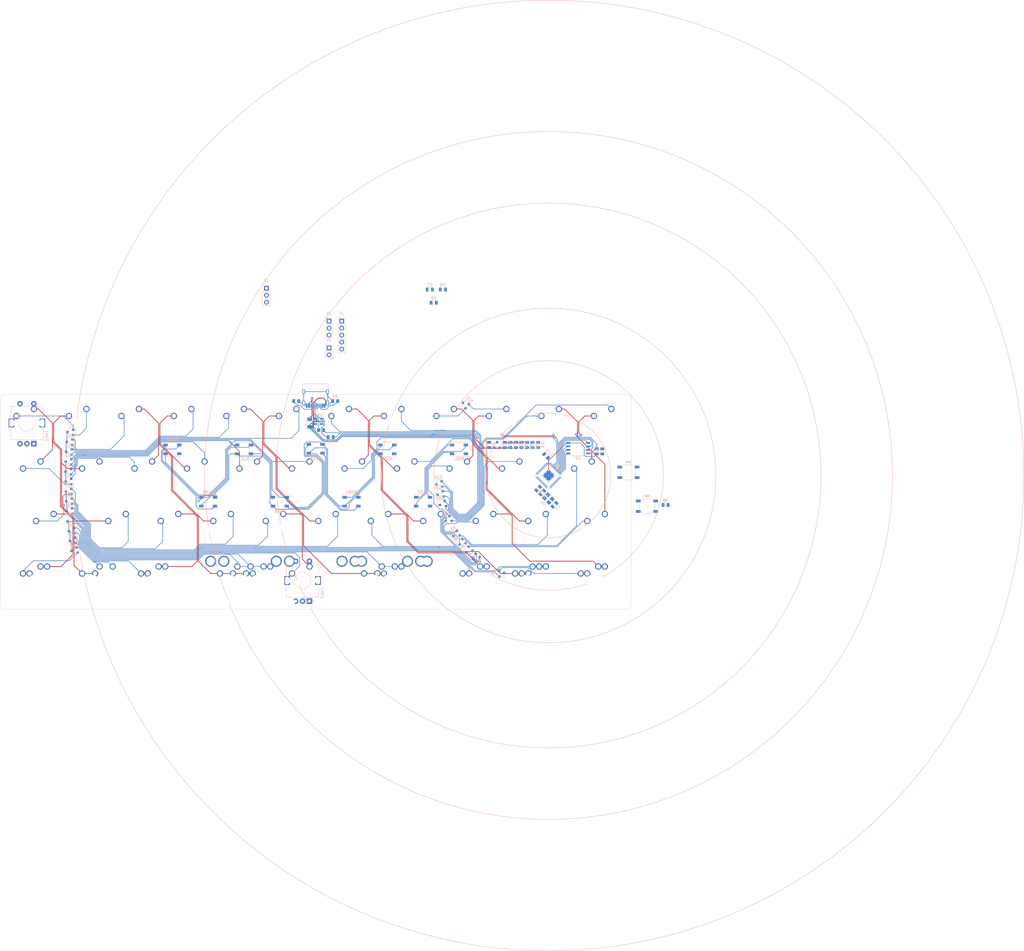
<source format=kicad_pcb>
(kicad_pcb (version 20221018) (generator pcbnew)
  (layers (0 "F.Cu" signal) (31 "B.Cu" signal) (34 "B.Paste" user) (35 "F.Paste" user) (36 "B.SilkS" user "B.Silkscreen") (37 "F.SilkS" user "F.Silkscreen") (38 "B.Mask" user) (39 "F.Mask" user) (44 "Edge.Cuts" user))
  (net 0 "")
  (net 1 "GND")
  (net 2 "+5V")
  (net 3 "/MCU/XIN")
  (net 4 "Net-(C3-Pad1)")
  (net 5 "+3V3")
  (net 6 "+1V1")
  (net 7 "VBUS")
  (net 8 "/MCU/USB_D+")
  (net 9 "Net-(J0-CC2)")
  (net 10 "/MCU/USB_D-")
  (net 11 "Net-(J0-CC1)")
  (net 12 "/MCU/RUN")
  (net 13 "/MCU/SWD")
  (net 14 "/MCU/SWCLK")
  (net 17 "Net-(D17-A-Pad1)")
  (net 18 "Net-(D17-A-Pad2)")
  (net 19 "ROW0")
  (net 20 "Net-(D18-A-Pad1)")
  (net 21 "col0")
  (net 22 "col1")
  (net 23 "col2")
  (net 24 "col3")
  (net 25 "col4")
  (net 26 "col5")
  (net 27 "col6")
  (net 28 "col7")
  (net 29 "col8")
  (net 30 "col9")
  (net 31 "Net-(D18-A-Pad2)")
  (net 32 "Net-(D19-A-Pad1)")
  (net 33 "Net-(D19-A-Pad2)")
  (net 34 "Net-(D20-A-Pad1)")
  (net 35 "Net-(D20-A-Pad2)")
  (net 36 "Net-(D21-A-Pad1)")
  (net 37 "Net-(D21-A-Pad2)")
  (net 38 "Net-(D22-A-Pad1)")
  (net 39 "Net-(D23-A-Pad1)")
  (net 40 "col10")
  (net 41 "Net-(D23-A-Pad2)")
  (net 42 "ROW1")
  (net 43 "Net-(D24-A-Pad1)")
  (net 44 "Net-(D24-A-Pad2)")
  (net 45 "Net-(D25-A-Pad1)")
  (net 46 "Net-(D25-A-Pad2)")
  (net 47 "Net-(D26-A-Pad1)")
  (net 48 "Net-(D26-A-Pad2)")
  (net 49 "Net-(D27-A-Pad1)")
  (net 50 "Net-(D27-A-Pad2)")
  (net 51 "Net-(D28-A-Pad1)")
  (net 53 "Net-(D29-A-Pad1)")
  (net 54 "Net-(D29-A-Pad2)")
  (net 55 "ROW2")
  (net 56 "Net-(D30-A-Pad1)")
  (net 57 "Net-(D30-A-Pad2)")
  (net 58 "Net-(D31-A-Pad1)")
  (net 59 "Net-(D31-A-Pad2)")
  (net 60 "Net-(D32-A-Pad1)")
  (net 61 "Net-(D32-A-Pad2)")
  (net 62 "Net-(D33-A-Pad1)")
  (net 63 "Net-(D33-A-Pad2)")
  (net 64 "Net-(D34-A-Pad1)")
  (net 66 "Net-(D35-A-Pad1)")
  (net 67 "Net-(D35-A-Pad2)")
  (net 68 "ROW3")
  (net 69 "/MCU/QSPI_SS")
  (net 70 "/MCU/~{USB_BOOT}")
  (net 71 "Net-(U3-USB_DP)")
  (net 72 "Net-(U3-USB_DM)")
  (net 73 "/MCU/XOUT")
  (net 74 "/MCU/QSPI_SD1")
  (net 75 "/MCU/QSPI_SD2")
  (net 76 "/MCU/QSPI_SD0")
  (net 77 "/MCU/QSPI_SCLK")
  (net 78 "/MCU/QSPI_SD3")
  (net 79 "ENC_SPC_L")
  (net 80 "ENC_SPC_R")
  (net 81 "ENC_ESC_L")
  (net 82 "ENC_ESC_R")
  (net 83 "row0")
  (net 84 "row1")
  (net 85 "row2")
  (net 86 "row3")
  (net 94 "/MCU/GPIO26_ADC0")
  (net 95 "/MCU/GPIO27_ADC1")
  (net 96 "/MCU/GPIO28_ADC2")
  (net 97 "/MCU/GPIO29_ADC3")
  (net 100 "Net-(D36-A-Pad1)")
  (net 101 "Net-(D36-A-Pad2)")
  (net 102 "Net-(D37-A-Pad1)")
  (net 103 "Net-(D37-A-Pad2)")
  (net 104 "Net-(D38-A-Pad1)")
  (net 105 "Net-(D38-A-Pad2)")
  (net 106 "Net-(D39-A-Pad1)")
  (net 107 "COL0")
  (net 108 "COL1")
  (net 109 "COL2")
  (net 110 "COL3")
  (net 111 "COL4")
  (net 112 "COL5")
  (net 113 "COL6")
  (net 114 "COL7")
  (net 115 "COL8")
  (net 116 "COL9")
  (net 117 "COL10")
  (net 118 "Net-(RGB1-DOUT)")
  (net 119 "RGB")
  (net 120 "Net-(RGB2-DOUT)")
  (net 121 "Net-(RGB3-DOUT)")
  (net 122 "Net-(RGB4-DOUT)")
  (net 123 "Net-(RGB5-DOUT)")
  (net 124 "Net-(RGB6-DOUT)")
  (net 125 "Net-(RGB7-DOUT)")
  (net 126 "Net-(RGB8-DOUT)")
  (net 129 "LED_GLOW")
  (net 131 "Net-(D22-A-Pad2)")
  (net 132 "unconnected-(K59-Pad1)")
  (footprint "marbastlib-mx:SW_MX_1u" (layer "F.Cu") (at 161.9425 88.91)
    (fp_text reference "K18" hide)
    (fp_text value "KEYSW" hide)
  )
  (footprint "marbastlib-mx:SW_MX_1u" (layer "F.Cu") (at 76.2175 107.96)
    (fp_text reference "K24" hide)
    (fp_text value "KEYSW" hide)
  )
  (footprint "marbastlib-mx:SW_MX_1u" (layer "F.Cu") (at 250.04875 127.01)
    (fp_text reference "K42" hide)
    (fp_text value "KEYSW" hide)
  )
  (footprint "marbastlib-mx:SW_MX_1u" (layer "F.Cu") (at 214.33 69.86)
    (fp_text reference "K10" hide)
    (fp_text value "KEYSW" hide)
  )
  (footprint "marbastlib-mx:SW_MX_1u" (layer "F.Cu") (at 157.18 69.86)
    (fp_text reference "K7" hide)
    (fp_text value "KEYSW" hide)
  )
  (footprint "marbastlib-mx:SW_MX_1u" (layer "F.Cu") (at 126.22375 127.01)
    (fp_text reference "K54" hide)
    (fp_text value "KEYSW" hide)
  )
  (footprint "marbastlib-mx:SW_MX_1u" (layer "F.Cu") (at 245.28625 88.91)
    (fp_text reference "K22" hide)
    (fp_text value "KEYSW" hide)
  )
  (footprint "marbastlib-mx:SW_MX_1u" (layer "F.Cu") (at 121.46125 127.01)
    (fp_text reference "K46" hide)
    (fp_text value "KEYSW" hide)
  )
  (footprint "marbastlib-mx:SW_MX_1u" (layer "F.Cu") (at 128.605 127.01)
    (fp_text reference "K45" hide)
    (fp_text value "KEYSW" hide)
  )
  (footprint "marbastlib-mx:SW_MX_1u" (layer "F.Cu") (at 114.3175 107.96)
    (fp_text reference "K26" hide)
    (fp_text value "KEYSW" hide)
  )
  (footprint "marbastlib-mx:SW_MX_1u" (layer "F.Cu") (at 190.5175 107.96)
    (fp_text reference "K30" hide)
    (fp_text value "KEYSW" hide)
  )
  (footprint "marbastlib-mx:SW_MX_1u" (layer "F.Cu") (at 247.6675 127.01)
    (fp_text reference "K49" hide)
    (fp_text value "KEYSW" hide)
  )
  (footprint "marbastlib-mx:SW_MX_1u" (layer "F.Cu") (at 116.69875 127.01)
    (fp_text reference "K37" hide)
    (fp_text value "KEYSW" hide)
  )
  (footprint "marbastlib-mx:SW_MX_1u" (layer "F.Cu") (at 47.6425 127.01)
    (fp_text reference "K51" hide)
    (fp_text value "KEYSW" hide)
  )
  (footprint "marbastlib-mx:SW_MX_1u" (layer "F.Cu") (at 119.08 69.86)
    (fp_text reference "K5" hide)
    (fp_text value "KEYSW" hide)
  )
  (footprint "marbastlib-mx:SW_MX_1u" (layer "F.Cu") (at 228.6175 107.96)
    (fp_text reference "K32" hide)
    (fp_text value "KEYSW" hide)
  )
  (footprint "marbastlib-mx:SW_MX_1u" (layer "F.Cu") (at 138.13 69.86)
    (fp_text reference "K6" hide)
    (fp_text value "KEYSW" hide)
  )
  (footprint "marbastlib-mx:SW_MX_1u" (layer "F.Cu") (at 250.04875 107.96)
    (fp_text reference "K33" hide)
    (fp_text value "KEYSW" hide)
  )
  (footprint "marbastlib-mx:SW_MX_1u" (layer "F.Cu") (at 171.4675 107.96)
    (fp_text reference "K29" hide)
    (fp_text value "KEYSW" hide)
  )
  (footprint "marbastlib-mx:SW_MX_1u" (layer "F.Cu") (at 66.6925 127.01)
    (fp_text reference "K35" hide)
    (fp_text value "KEYSW" hide)
  )
  (footprint "marbastlib-mx:SW_MX_1u" (layer "F.Cu") (at 104.7925 88.91)
    (fp_text reference "K15" hide)
    (fp_text value "KEYSW" hide)
  )
  (footprint "marbastlib-mx:SW_MX_1u" (layer "F.Cu") (at 209.5675 107.96)
    (fp_text reference "K31" hide)
    (fp_text value "KEYSW" hide)
  )
  (footprint "marbastlib-mx:SW_MX_1u" (layer "F.Cu") (at 228.6175 127.01)
    (fp_text reference "K58" hide)
    (fp_text value "KEYSW" hide)
  )
  (footprint "marbastlib-mx:SW_MX_1u" (layer "F.Cu") (at 142.8925 127.01)
    (fp_text reference "K38" hide)
    (fp_text value "KEYSW" hide)
  )
  (footprint "marbastlib-mx:SW_MX_1u" (layer "F.Cu") (at 80.98 69.86)
    (fp_text reference "K3" hide)
    (fp_text value "KEYSW" hide)
  )
  (footprint "marbastlib-mx:SW_MX_1u" (layer "F.Cu") (at 180.9925 88.91)
    (fp_text reference "K19" hide)
    (fp_text value "KEYSW" hide)
  )
  (footprint "marbastlib-mx:SW_MX_1u" (layer "F.Cu") (at 45.26125 88.91)
    (fp_text reference "K12" hide)
    (fp_text value "KEYSW" hide)
  )
  (footprint "marbastlib-mx:SW_MX_1u" (layer "F.Cu") (at 195.28 69.86)
    (fp_text reference "K9" hide)
    (fp_text value "KEYSW" hide)
  )
  (footprint "marbastlib-mx:SW_MX_1u" (layer "F.Cu") (at 176.23 69.86)
    (fp_text reference "K8" hide)
    (fp_text value "KEYSW" hide)
  )
  (footprint "marbastlib-mx:STAB_MX_P_2u" (layer "F.Cu") (at 173.84875 127.01)
    (fp_text reference "REF**" hide)
    (fp_text value "STAB_MX_P_2u")
  )
  (footprint "marbastlib-mx:SW_MX_1u" (layer "F.Cu") (at 204.805 127.01)
    (fp_text reference "K56" hide)
    (fp_text value "KEYSW" hide)
  )
  (footprint "marbastlib-mx:SW_MX_1u" (layer "F.Cu") (at 207.18625 127.01)
    (fp_text reference "K40" hide)
    (fp_text value "KEYSW" hide)
  )
  (footprint "marbastlib-mx:SW_MX_1u" (layer "F.Cu") (at 90.505 127.01)
    (fp_text reference "K36" hide)
    (fp_text value "KEYSW" hide)
  )
  (footprint "marbastlib-mx:SW_MX_1u" (layer "F.Cu") (at 66.6925 88.91)
    (fp_text reference "K13" hide)
    (fp_text value "KEYSW" hide)
  )
  (footprint "marbastlib-mx:SW_MX_1u" (layer "F.Cu") (at 219.0925 88.91)
    (fp_text reference "K21" hide)
    (fp_text value "KEYSW" hide)
  )
  (footprint "marbastlib-mx:SW_MX_1u" (layer "F.Cu") (at 200.0425 88.91)
    (fp_text reference "K20" hide)
    (fp_text value "KEYSW" hide)
  )
  (footprint "marbastlib-mx:SW_MX_1u" (layer "F.Cu") (at 223.855 127.01)
    (fp_text reference "K50" hide)
    (fp_text value "KEYSW" hide)
  )
  (footprint "marbastlib-mx:SW_MX_1u" (layer "F.Cu") (at 176.23 127.01)
    (fp_text reference "K57" hide)
    (fp_text value "KEYSW" hide)
  )
  (footprint "marbastlib-mx:SW_MX_1u" (layer "F.Cu") (at 71.455 127.01)
    (fp_text reference "K52" hide)
    (fp_text value "KEYSW" hide)
  )
  (footprint "marbastlib-mx:SW_MX_1u" (layer "F.Cu") (at 50.02375 107.96)
    (fp_text reference "K23" hide)
    (fp_text value "KEYSW" hide)
  )
  (footprint "marbastlib-mx:SW_MX_1u" (layer "F.Cu") (at 95.2675 107.96)
    (fp_text reference "K25" hide)
    (fp_text value "KEYSW" hide)
  )
  (footprint "marbastlib-mx:SW_MX_1u" (layer "F.Cu") (at 88.12375 127.01)
    (fp_text reference "K53" hide)
    (fp_text value "KEYSW" hide)
  )
  (footprint "marbastlib-mx:SW_MX_1u" (layer "F.Cu") (at 152.4175 107.96)
    (fp_text reference "K28" hide)
    (fp_text value "KEYSW" hide)
  )
  (footprint "marbastlib-mx:SW_MX_1u" (layer "F.Cu") (at 142.8925 88.91)
    (fp_text reference "K17" hide)
    (fp_text value "KEYSW" hide)
  )
  (footprint "marbastlib-mx:SW_MX_1u" (layer "F.Cu") (at 169.08625 127.01)
    (fp_text reference "K39" hide)
    (fp_text value "KEYSW" hide)
  )
  (footprint "marbastlib-mx:SW_MX_1u" (layer "F.Cu") (at 173.84875 127.01)
    (fp_text reference "K55" hide)
    (fp_text value "KEYSW" hide)
  )
  (footprint "marbastlib-mx:SW_MX_1u" (layer "F.Cu") (at 100.03 69.86)
    (fp_text reference "K4" hide)
    (fp_text value "KEYSW" hide)
  )
  (footprint "marbastlib-mx:SW_MX_1u" (layer "F.Cu") (at 133.3675 107.96)
    (fp_text reference "K27" hide)
    (fp_text value "KEYSW" hide)
  )
  (footprint "marbastlib-mx:SW_MX_1u" (layer "F.Cu") (at 252.43 69.86)
    (fp_text reference "K59" hide)
    (fp_text value "KEYSW" hide)
  )
  (footprint "marbastlib-mx:SW_MX_1u" (layer "F.Cu") (at 226.23625 127.01)
    (fp_text reference "K41" hide)
    (fp_text value "KEYSW" hide)
  )
  (footprint "marbastlib-mx:SW_MX_1u" (layer "F.Cu") (at 45.26125 127.01)
    (fp_text reference "K34" hide)
    (fp_text value "KEYSW" hide)
  )
  (footprint "marbastlib-mx:SW_MX_1u" (layer "F.Cu") (at 42.88 69.86)
    (fp_text reference "K1" hide)
    (fp_text value "KEYSW" hide)
  )
  (footprint "marbastlib-mx:SW_MX_1u" (layer "F.Cu") (at 233.38 69.86)
    (fp_text reference "K11" hide)
    (fp_text value "KEYSW" hide)
  )
  (footprint "marbastlib-mx:SW_MX_1u" (layer "F.Cu") (at 123.8425 88.91)
    (fp_text reference "K16" hide)
    (fp_text value "KEYSW" hide)
  )
  (footprint "marbastlib-mx:SW_MX_1u" (layer "F.Cu") (at 61.93 69.86)
    (fp_text reference "K2" hide)
    (fp_text value "KEYSW" hide)
  )
  (footprint "marbastlib-mx:SW_MX_1u" (layer "F.Cu") (at 85.7425 88.91)
    (fp_text reference "K14" hide)
    (fp_text value "KEYSW" hide)
  )
  (footprint "kbd:LED_WS2812B-PLCC4" (layer "B.Cu") (at 121.65 79.42)
    (fp_text reference "RGB7")
    (fp_text value "WS2812B")
  )
  (footprint "Package_TO_SOT_SMD:SOT-23" (layer "B.Cu") (at 195.71 104.95 -155)
    (fp_text reference "D27")
    (fp_text value "BAV70")
  )
  (footprint "Package_TO_SOT_SMD:SOT-23" (layer "B.Cu") (at 192.461007 92.060771 -175)
    (fp_text reference "D26")
    (fp_text value "BAV70")
  )
  (footprint "kbd:LED_WS2812B-PLCC4" (layer "B.Cu") (at 147.65 79.21)
    (fp_text reference "RGB5")
    (fp_text value "WS2812B")
  )
  (footprint "Fuse:Fuse_1206_3216Metric" (layer "B.Cu") (at 145.4875 69.87 -90)
    (fp_text reference "F0")
    (fp_text value "polyfuse")
  )
  (footprint "Package_TO_SOT_SMD:SOT-23" (layer "B.Cu") (at 58.646603 105.443541 -174)
    (fp_text reference "D38")
    (fp_text value "BAV70")
  )
  (footprint "Capacitor_SMD:C_0805_2012Metric" (layer "B.Cu") (at 190.5 26.19375 180)
    (fp_text reference "C6")
    (fp_text value "100n")
  )
  (footprint "Capacitor_SMD:C_0805_2012Metric" (layer "B.Cu") (at 226.35 77.83 90)
    (fp_text reference "C14")
    (fp_text value "100n")
  )
  (footprint "Capacitor_SMD:C_0805_2012Metric" (layer "B.Cu") (at 229.856777 95.078858 45)
    (fp_text reference "C3")
    (fp_text value "22pf")
  )
  (footprint "Package_TO_SOT_SMD:SOT-23" (layer "B.Cu") (at 60.040158 116.119216 -170)
    (fp_text reference "D35")
    (fp_text value "BAV70")
  )
  (footprint "marbastlib-mx:STAB_MX_P_2u" (layer "B.Cu") (at 169.08625 127.01 180)
    (fp_text reference "REF**" hide)
    (fp_text value "STAB_MX_P_2u")
  )
  (footprint "Package_TO_SOT_SMD:SOT-23" (layer "B.Cu") (at 58.133764 98.244321 -178)
    (fp_text reference "D30")
    (fp_text value "BAV70")
  )
  (footprint "Resistor_SMD:R_0805_2012Metric" (layer "B.Cu") (at 274.6375 99.6 180)
    (fp_text reference "R8")
    (fp_text value "10k")
  )
  (footprint "Package_TO_SOT_SMD:SOT-23" (layer "B.Cu") (at 192.940226 95.728081 -170)
    (fp_text reference "D20")
    (fp_text value "BAV70")
  )
  (footprint "Resistor_SMD:R_0805_2012Metric" (layer "B.Cu") (at 228.426777 93.668858 45)
    (fp_text reference "R5")
    (fp_text value "1k")
  )
  (footprint "Capacitor_SMD:C_0805_2012Metric" (layer "B.Cu") (at 220.31 77.83 90)
    (fp_text reference "C12")
    (fp_text value "100n")
  )
  (footprint "kbd:LED_WS2812B-PLCC4" (layer "B.Cu") (at 173.65 79.42)
    (fp_text reference "RGB3")
    (fp_text value "WS2812B")
  )
  (footprint "Connector_PinSocket_2.54mm:PinSocket_1x05_P2.54mm_Vertical" (layer "B.Cu") (at 157.12143 32.9 180)
    (fp_text reference "J1")
    (fp_text value "BREAKOUT")
  )
  (footprint "Connector_PinSocket_2.54mm:PinSocket_1x03_P2.54mm_Vertical" (layer "B.Cu") (at 129.81143 20.96 180)
    (fp_text reference "J2")
    (fp_text value "Conn_01x03_Male")
  )
  (footprint "Capacitor_SMD:C_0805_2012Metric" (layer "B.Cu") (at 231.25 81.82 135)
    (fp_text reference "C10")
    (fp_text value "1u")
  )
  (footprint "Capacitor_SMD:C_0805_2012Metric" (layer "B.Cu") (at 218.29 77.83 90)
    (fp_text reference "C4")
    (fp_text value "10u")
  )
  (footprint "Package_TO_SOT_SMD:SOT-23" (layer "B.Cu") (at 193.74 99.34 -165)
    (fp_text reference "D22")
    (fp_text value "BAV70")
  )
  (footprint "marbastlib-mx:STAB_MX_P_2u" (layer "B.Cu") (at 176.23 127.01 180)
    (fp_text reference "REF**" hide)
    (fp_text value "STAB_MX_P_2u")
  )
  (footprint "Package_TO_SOT_SMD:SOT-23" (layer "B.Cu") (at 59.06323 108.99895 -173)
    (fp_text reference "D37")
    (fp_text value "BAV70")
  )
  (footprint "Resistor_SMD:R_0805_2012Metric" (layer "B.Cu") (at 140.6 61.92)
    (fp_text reference "R7")
    (fp_text value "5.1k")
  )
  (footprint "kbd:LED_WS2812B-PLCC4" (layer "B.Cu") (at 186.65 98.43 180)
    (fp_text reference "RGB2")
    (fp_text value "WS2812B")
  )
  (footprint "Package_TO_SOT_SMD:SOT-23" (layer "B.Cu") (at 213.47 77.83 90)
    (fp_text reference "U4")
    (fp_text value "XC6206P Smaller footprint, less mA ~.5")
  )
  (footprint "Capacitor_SMD:C_0805_2012Metric" (layer "B.Cu") (at 249.64 80.15 -90)
    (fp_text reference "C5")
    (fp_text value "100n")
  )
  (footprint "Capacitor_SMD:C_0805_2012Metric" (layer "B.Cu") (at 193.83125 21.43125 180)
    (fp_text reference "C8")
    (fp_text value "1u")
  )
  (footprint "Resistor_SMD:R_0805_2012Metric" (layer "B.Cu") (at 149.63 72.47)
    (fp_text reference "R4")
    (fp_text value "27")
  )
  (footprint "Capacitor_SMD:C_0805_2012Metric" (layer "B.Cu") (at 222.33 77.83 90)
    (fp_text reference "C11")
    (fp_text value "100n")
  )
  (footprint "kbd:LED_WS2812B-PLCC4" (layer "B.Cu") (at 95.65 79.42 180)
    (fp_text reference "RGB9")
    (fp_text value "WS2812B")
  )
  (footprint "Package_TO_SOT_SMD:SOT-23" (layer "B.Cu") (at 200.677111 113.317051 -142)
    (fp_text reference "D28")
    (fp_text value "BAV70")
  )
  (footprint "Capacitor_SMD:C_0805_2012Metric" (layer "B.Cu") (at 228.37 77.83 90)
    (fp_text reference "C9")
    (fp_text value "100n")
  )
  (footprint "Package_TO_SOT_SMD:SOT-23" (layer "B.Cu") (at 205.8 118.7 -130)
    (fp_text reference "D32")
    (fp_text value "BAV70")
  )
  (footprint "Capacitor_SMD:C_0805_2012Metric" (layer "B.Cu") (at 210.62 77.83 90)
    (fp_text reference "C1")
    (fp_text value "10u")
  )
  (footprint "Package_TO_SOT_SMD:SOT-23" (layer "B.Cu") (at 58.01 94.7 -178)
    (fp_text reference "D29")
    (fp_text value "BAV70")
  )
  (footprint "Package_TO_SOT_SMD:SOT-23" (layer "B.Cu") (at 59.50323 112.524788 -173)
    (fp_text reference "D36")
    (fp_text value "BAV70")
  )
  (footprint "Keebio-Parts:RotaryEncoder_Alps_EC11E-Switch_Vertical_H20mm" (layer "B.Cu") (at 142.8925 127.01 90)
    (fp_text reference "ENC2")
    (fp_text value "RotaryEncoder_Switch")
  )
  (footprint "Capacitor_SMD:C_0805_2012Metric" (layer "B.Cu") (at 234.316777 99.538858 45)
    (fp_text reference "C2")
    (fp_text value "22pf")
  )
  (footprint "Package_TO_SOT_SMD:SOT-23" (layer "B.Cu") (at 58.1 80.34 177)
    (fp_text reference "D19")
    (fp_text value "BAV70")
  )
  (footprint "Keebio-Parts:SW_SPST_TL3342" (layer "B.Cu") (at 261.14 87.77 180)
    (fp_text reference "SW0")
    (fp_text value "RESET ")
  )
  (footprint "Capacitor_SMD:C_0805_2012Metric" (layer "B.Cu") (at 216.27 77.83 90)
    (fp_text reference "C17")
    (fp_text value "10u")
  )
  (footprint "Package_TO_SOT_SMD:SOT-23" (layer "B.Cu") (at 203.080748 116.127212 -137)
    (fp_text reference "D34")
    (fp_text value "BAV70")
  )
  (footprint "kbd:LED_WS2812B-PLCC4" (layer "B.Cu") (at 108.65 98.43 180)
    (fp_text reference "RGB8")
    (fp_text value "WS2812B")
  )
  (footprint "Crystal:Crystal_SMD_3225-4Pin_3.2x2.5mm" (layer "B.Cu") (at 232.086777 97.308858 -45)
    (fp_text reference "Y0")
    (fp_text value "12MHZ Crystal ")
  )
  (footprint "Connector_PinSocket_2.54mm:PinSocket_1x02_P2.54mm_Vertical" (layer "B.Cu") (at 152.52143 42.6 180)
    (fp_text reference "J4")
    (fp_text value "Breakout 1.1v")
  )
  (footprint "Resistor_SMD:R_0805_2012Metric" (layer "B.Cu") (at 153.11 75)
    (fp_text reference "R3")
    (fp_text value "27")
  )
  (footprint "kbd:LED_WS2812B-PLCC4" (layer "B.Cu") (at 199.65 79.42)
    (fp_text reference "RGB1")
    (fp_text value "WS2812B")
  )
  (footprint "kbd:LED_WS2812B-PLCC4" (layer "B.Cu") (at 160.65 98.43 180)
    (fp_text reference "RGB4")
    (fp_text value "WS2812B")
  )
  (footprint "Keebio-Parts:SW_SPST_TL3342" (layer "B.Cu") (at 267.89 100.06 180)
    (fp_text reference "SW2")
    (fp_text value "RESET")
  )
  (footprint "marbastlib-mx:STAB_MX_P_2u" (layer "B.Cu") (at 126.22375 127.01 180)
    (fp_text reference "REF**" hide)
    (fp_text value "STAB_MX_P_2u")
  )
  (footprint "Resistor_SMD:R_0805_2012Metric" (layer "B.Cu") (at 251.66 80.15 -90)
    (fp_text reference "R1")
    (fp_text value "1k")
  )
  (footprint "Package_TO_SOT_SMD:SOT-23" (layer "B.Cu") (at 214.76 124.7 -115)
    (fp_text reference "D39")
    (fp_text value "BAV70")
  )
  (footprint "Package_TO_SOT_SMD:SOT-23" (layer "B.Cu") (at 58.32 76.76 176)
    (fp_text reference "D18")
    (fp_text value "BAV70")
  )
  (footprint "Capacitor_SMD:C_0805_2012Metric" (layer "B.Cu") (at 224.34 77.83 90)
    (fp_text reference "C13")
    (fp_text value "100n")
  )
  (footprint "Package_TO_SOT_SMD:SOT-23" (layer "B.Cu") (at 58.328705 101.847442 -176)
    (fp_text reference "D31")
    (fp_text value "BAV70")
  )
  (footprint "Connector_PinSocket_2.54mm:PinSocket_1x03_P2.54mm_Vertical" (layer "B.Cu") (at 152.52143 32.9 180)
    (fp_text reference "J3")
    (fp_text value "3x Breakout | additional pins")
  )
  (footprint "Package_TO_SOT_SMD:SOT-23" (layer "B.Cu") (at 198.533922 110.317902 -147)
    (fp_text reference "D33")
    (fp_text value "BAV70")
  )
  (footprint "Package_SO:SOIC-8_5.23x5.23mm_P1.27mm" (layer "B.Cu") (at 242.9 78.99)
    (fp_text reference "U2")
    (fp_text value "W25Q128JVS")
  )
  (footprint "Package_TO_SOT_SMD:SOT-23" (layer "B.Cu") (at 57.947455 83.914522 178)
    (fp_text reference "D25")
    (fp_text value "BAV70")
  )
  (footprint "Package_TO_SOT_SMD:SOT-23" (layer "B.Cu") (at 201.876044 63.142788 140)
    (fp_text reference "D21")
    (fp_text value "BAV70")
  )
  (footprint "marbastlib-mx:STAB_MX_P_2u" (layer "B.Cu") (at 121.46125 127.01 180)
    (fp_text reference "REF**" hide)
    (fp_text value "STAB_MX_P_2u")
  )
  (footprint "Capacitor_SMD:C_0805_2012Metric" (layer "B.Cu") (at 189.06875 21.43125 180)
    (fp_text reference "C7")
    (fp_text value "100n")
  )
  (footprint "Package_TO_SOT_SMD:SOT-23" (layer "B.Cu") (at 58.596603 73.186459 175)
    (fp_text reference "D17")
    (fp_text value "BAV70")
  )
  (footprint "Package_TO_SOT_SMD:SOT-23-6" (layer "B.Cu") (at 148.7475 69.28 180)
    (fp_text reference "U44")
    (fp_text value "SRV05-4")
  )
  (footprint "RP2040:RP2040-QFN-56" (layer "B.Cu") (at 232.17 88.91 135)
    (fp_text reference "U3")
    (fp_text value "RP2040")
  )
  (footprint "Keebio-Parts:RotaryEncoder_Alps_EC11E-Switch_Vertical_H20mm" (layer "B.Cu") (at 42.88 69.86 90)
    (fp_text reference "ENC1")
    (fp_text value "RotaryEncoder_Switch")
  )
  (footprint "Connector_USB:USB_C_Receptacle_HRO_TYPE-C-31-M-12" (layer "B.Cu") (at 147.65 59.54)
    (fp_text reference "J0")
    (fp_text value "USB_C_Receptacle_USB2.0")
  )
  (footprint "Package_TO_SOT_SMD:SOT-23" (layer "B.Cu") (at 57.89 87.53 180)
    (fp_text reference "D24")
    (fp_text value "BAV70")
  )
  (footprint "Resistor_SMD:R_0805_2012Metric" (layer "B.Cu") (at 154.73 61.92 180)
    (fp_text reference "R6")
    (fp_text value "5.1k")
  )
  (footprint "kbd:LED_WS2812B-PLCC4" (layer "B.Cu") (at 134.65 98.43)
    (fp_text reference "RGB6")
    (fp_text value "WS2812B")
  )
  (footprint "Package_TO_SOT_SMD:SOT-23" (layer "B.Cu") (at 57.916732 91.117308 -179)
    (fp_text reference "D23")
    (fp_text value "BAV70")
  )
  (gr_circle (center 232.17 88.91) (end 331.02 88.91) (stroke (width 0.15)) (fill none) (layer "B.SilkS"))
  (gr_circle (center 232.17 88.91) (end 254.77 88.91) (stroke (width 0.15)) (fill none) (layer "B.SilkS"))
  (gr_circle (center 232.17 88.91) (end 292.87 88.91) (stroke (width 0.15)) (fill none) (layer "B.SilkS"))
  (gr_circle (center 232.17 88.91) (end 404.6475 88.91) (stroke (width 0.15)) (fill none) (layer "B.SilkS"))
  (gr_circle (center 232.17 88.91) (end 273.81 88.91) (stroke (width 0.15)) (fill none) (layer "B.SilkS"))
  (gr_circle (center 232.17 88.91) (end 356.97 88.91) (stroke (width 0.15)) (fill none) (layer "B.SilkS"))
  (gr_arc (start 142.1502 58.6354) (mid 141.915885 59.201085) (end 141.3502 59.4354) (stroke (width 0.1)) (layer "Edge.Cuts"))
  (gr_line (start 153.9502 59.4354) (end 260.1502 59.4354) (stroke (width 0.1)) (layer "Edge.Cuts"))
  (gr_line (start 262.1502 61.4354) (end 262.1502 135.4354) (stroke (width 0.1)) (layer "Edge.Cuts"))
  (gr_arc (start 153.9502 59.4354) (mid 153.384515 59.201085) (end 153.1502 58.6354) (stroke (width 0.1)) (layer "Edge.Cuts"))
  (gr_line (start 260.1502 137.4354) (end 35.1502 137.4354) (stroke (width 0.1)) (layer "Edge.Cuts"))
  (gr_arc (start 152.3502 57.4354) (mid 152.915885 57.669715) (end 153.1502 58.2354) (stroke (width 0.1)) (layer "Edge.Cuts"))
  (gr_line (start 142.9502 57.4354) (end 152.3502 57.4354) (stroke (width 0.1)) (layer "Edge.Cuts"))
  (gr_arc (start 33.1502 61.4354) (mid 33.735986 60.021186) (end 35.1502 59.4354) (stroke (width 0.1)) (layer "Edge.Cuts"))
  (gr_arc (start 142.1502 58.2354) (mid 142.384515 57.669715) (end 142.9502 57.4354) (stroke (width 0.1)) (layer "Edge.Cuts"))
  (gr_arc (start 35.1502 137.4354) (mid 33.735986 136.849614) (end 33.1502 135.4354) (stroke (width 0.1)) (layer "Edge.Cuts"))
  (gr_line (start 35.1502 59.4354) (end 141.3502 59.4354) (stroke (width 0.1)) (layer "Edge.Cuts"))
  (gr_line (start 153.1502 58.2354) (end 153.1502 58.6354) (stroke (width 0.1)) (layer "Edge.Cuts"))
  (gr_line (start 33.1502 135.4354) (end 33.1502 61.4354) (stroke (width 0.1)) (layer "Edge.Cuts"))
  (gr_arc (start 260.1502 59.4354) (mid 261.564414 60.021186) (end 262.1502 61.4354) (stroke (width 0.1)) (layer "Edge.Cuts"))
  (gr_arc (start 262.1502 135.4354) (mid 261.564414 136.849614) (end 260.1502 137.4354) (stroke (width 0.1)) (layer "Edge.Cuts"))
  (gr_line (start 142.1502 58.6354) (end 142.1502 58.2354) (stroke (width 0.1)) (layer "Edge.Cuts"))
  (gr_text "|" (at 209.677 78.232) (layer "B.SilkS") (effects (font (size 5 5) (thickness 0.4)) (justify mirror)))
  (segment (start 146.84 64.43) (end 146.84 67.63) (width 0.3) (layer "F.Cu") (net 1))
  (segment (start 146.84 71.5805) (end 147.2695 72.01) (width 0.3) (layer "F.Cu") (net 1))
  (segment (start 146.84 64.17) (end 146.84 64.43) (width 0.3) (layer "F.Cu") (net 1))
  (segment (start 232.17 83.519244) (end 232.17 87.106878) (width 0.2) (layer "F.Cu") (net 1))
  (segment (start 146.84 67.63) (end 147.805 68.595) (width 0.3) (layer "F.Cu") (net 1))
  (segment (start 208.454455 78.49) (end 208.79 78.49) (width 0.3) (layer "F.Cu") (net 1))
  (segment (start 150.5 60.87) (end 148.47 60.87) (width 0.3) (layer "F.Cu") (net 1))
  (segment (start 146.84 70.4) (end 146.84 71.5805) (width 0.3) (layer "F.Cu") (net 1))
  (segment (start 148.49 69.28) (end 149.58 69.28) (width 0.3) (layer "F.Cu") (net 1))
  (segment (start 205.884726 75.920271) (end 208.454455 78.49) (width 0.3) (layer "F.Cu") (net 1))
  (segment (start 146.84 64.43) (end 146.84 70.4) (width 0.3) (layer "F.Cu") (net 1))
  (segment (start 146.84 62.5) (end 146.84 64.17) (width 0.3) (layer "F.Cu") (net 1))
  (segment (start 147.805 68.595) (end 148.49 69.28) (width 0.3) (layer "F.Cu") (net 1))
  (segment (start 237.909622 77.779622) (end 232.17 83.519244) (width 0.2) (layer "F.Cu") (net 1))
  (segment (start 148.47 60.87) (end 146.84 62.5) (width 0.3) (layer "F.Cu") (net 1))
  (via (at 150.5 60.87) (size 0.8) (drill 0.4) (layers "F.Cu" "B.Cu") (net 1))
  (via (at 205.884726 75.920271) (size 0.8) (drill 0.4) (layers "F.Cu" "B.Cu") (net 1))
  (via (at 147.2695 72.01) (size 0.8) (drill 0.4) (layers "F.Cu" "B.Cu") (net 1))
  (via (at 237.909622 77.779622) (size 0.8) (drill 0.4) (layers "F.Cu" "B.Cu") (net 1))
  (via (at 149.58 69.28) (size 0.8) (drill 0.4) (layers "F.Cu" "B.Cu") (net 1))
  (segment (start 144.245 63.585) (end 143.33 62.67) (width 0.2) (layer "B.Cu") (net 1))
  (segment (start 114.95 89.892942) (end 114.95 79.53) (width 0.2) (layer "B.Cu") (net 1))
  (segment (start 239.3 77.085) (end 238.604244 77.085) (width 0.2) (layer "B.Cu") (net 1))
  (segment (start 115.75 82.38) (end 115.75 90.224314) (width 0.2) (layer "B.Cu") (net 1))
  (segment (start 145.81 76.76) (end 149.3 76.76) (width 0.2) (layer "B.Cu") (net 1))
  (segment (start 204.218355 74.2539) (end 205.884726 75.920271) (width 0.3) (layer "B.Cu") (net 1))
  (segment (start 168.6475 89.583098) (end 168.6475 81.6125) (width 0.2) (layer "B.Cu") (net 1))
  (segment (start 162.19 96.03) (end 162.200598 96.03) (width 0.2) (layer "B.Cu") (net 1))
  (segment (start 143.5 80.3) (end 143.5 77.51) (width 0.2) (layer "B.Cu") (net 1))
  (segment (start 152 79.46) (end 152 80.85) (width 0.2) (layer "B.Cu") (net 1))
  (segment (start 93.15 81.02) (end 93.15 84.079912) (width 0.2) (layer "B.Cu") (net 1))
  (segment (start 158.15 100.03) (end 158.19 100.03) (width 0.2) (layer "B.Cu") (net 1))
  (segment (start 105.100088 96.03) (end 108.812942 96.03) (width 0.2) (layer "B.Cu") (net 1))
  (segment (start 147.2695 72.01) (end 147.2695 72.71) (width 0.3) (layer "B.Cu") (net 1))
  (segment (start 93.15 84.079912) (end 105.100088 96.03) (width 0.2) (layer "B.Cu") (net 1))
  (segment (start 115.75 79.861372) (end 115.75 82.38) (width 0.2) (layer "B.Cu") (net 1))
  (segment (start 139.51 100.42) (end 144.708628 100.42) (width 0.2) (layer "B.Cu") (net 1))
  (segment (start 152 95.668628) (end 152 95.22) (width 0.2) (layer "B.Cu") (net 1))
  (segment (start 118.58 78.67) (end 116.941372 78.67) (width 0.2) (layer "B.Cu") (net 1))
  (segment (start 151.97 60.0725) (end 151.97 58.49) (width 0.2) (layer "B.Cu") (net 1))
  (segment (start 123.922244 76.255) (end 118.225 76.255) (width 0.2) (layer "B.Cu") (net 1))
  (segment (start 141.5125 61.92) (end 142.2625 62.67) (width 0.2) (layer "B.Cu") (net 1))
  (segment (start 114.95 79.53) (end 117.13 77.35) (width 0.2) (layer "B.Cu") (net 1))
  (segment (start 151.265 61.635) (end 150.5 60.87) (width 0.3) (layer "B.Cu") (net 1))
  (segment (start 248.66 82.08) (end 249.64 81.1) (width 0.2) (layer "B.Cu") (net 1))
  (segment (start 137.15 96.83) (end 137.15 98.06) (width 0.2) (layer "B.Cu") (net 1))
  (segment (start 190.21 74.2539) (end 190.691818 74.2539) (width 0.3) (layer "B.Cu") (net 1))
  (segment (start 149.3 76.76) (end 150.15 77.61) (width 0.2) (layer "B.Cu") (net 1))
  (segment (start 202.15 78.52) (end 200.51 80.16) (width 0.2) (layer "B.Cu") (net 1))
  (segment (start 156.361372 100.03) (end 155.195686 98.864314) (width 0.2) (layer "B.Cu") (net 1))
  (segment (start 144.25 76.76) (end 145.81 76.76) (width 0.2) (layer "B.Cu") (net 1))
  (segment (start 153.8175 61.92) (end 151.97 60.0725) (width 0.2) (layer "B.Cu") (net 1))
  (segment (start 131.85 86.48) (end 131.85 84.182756) (width 0.2) (layer "B.Cu") (net 1))
  (segment (start 150.15 77.61) (end 152 79.46) (width 0.2) (layer "B.Cu") (net 1))
  (segment (start 126.503622 78.836378) (end 123.922244 76.255) (width 0.2) (layer "B.Cu") (net 1))
  (segment (start 153.0675 62.67) (end 151.97 62.67) (width 0.2) (layer "B.Cu") (net 1))
  (segment (start 126.503622 78.836378) (end 125.487244 77.82) (width 0.2) (layer "B.Cu") (net 1))
  (segment (start 155.195686 98.864314) (end 152 95.668628) (width 0.2) (layer "B.Cu") (net 1))
  (segment (start 144.6 58.49) (end 143.33 58.49) (width 0.2) (layer "B.Cu") (net 1))
  (segment (start 125.487244 77.82) (end 124.15 77.82) (width 0.2) (layer "B.Cu") (net 1))
  (segment (start 131.85 94.19) (end 131.85 86.48) (width 0.2) (layer "B.Cu") (net 1))
  (segment (start 201.64 74.2539) (end 203.61 74.2539) (width 0.3) (layer "B.Cu") (net 1))
  (segment (start 142.2625 62.67) (end 143.33 62.67) (width 0.2) (layer "B.Cu") (net 1))
  (segment (start 143.33 58.49) (end 143.33 62.67) (width 0.2) (layer "B.Cu") (net 1))
  (segment (start 116.941372 78.67) (end 115.75 79.861372) (width 0.2) (layer "B.Cu") (net 1))
  (segment (start 150 95.128628) (end 150 84.291372) (width 0.2) (layer "B.Cu") (net 1))
  (segment (start 123.3 78.67) (end 124.15 77.82) (width 0.2) (layer "B.Cu") (net 1))
  (segment (start 137.15 96.83) (end 134.49 96.83) (width 0.2) (layer "B.Cu") (net 1))
  (segment (start 143.5 77.51) (end 144.25 76.76) (width 0.2) (layer "B.Cu") (net 1))
  (segment (start 134.49 96.83) (end 131.85 94.19) (width 0.2) (layer "B.Cu") (net 1))
  (segment (start 203.61 74.2539) (end 204.218355 74.2539) (width 0.3) (layer "B.Cu") (net 1))
  (segment (start 202.15 77.82) (end 202.15 78.52) (width 0.2) (layer "B.Cu") (net 1))
  (segment (start 158.19 100.03) (end 162.19 96.03) (width 0.2) (layer "B.Cu") (net 1))
  (segment (start 118.58 78.67) (end 123.3 78.67) (width 0.2) (layer "B.Cu") (net 1))
  (segment (start 155.123528 76.05) (end 156.919628 74.2539) (width 0.3) (layer "B.Cu") (net 1))
  (segment (start 151.265 63.22) (end 151.265 61.635) (width 0.3) (layer "B.Cu") (net 1))
  (segment (start 243.625 77.085) (end 245.11 78.57) (width 0.2) (layer "B.Cu") (net 1))
  (segment (start 144.708628 100.42) (end 150 95.128628) (width 0.2) (layer "B.Cu") (net 1))
  (segment (start 150.6095 76.05) (end 155.123528 76.05) (width 0.3) (layer "B.Cu") (net 1))
  (segment (start 168.6475 81.6125) (end 170.71 79.55) (width 0.2) (layer "B.Cu") (net 1))
  (segment (start 190.21 74.2539) (end 201.64 74.2539) (width 0.3) (layer "B.Cu") (net 1))
  (segment (start 239.3 77.085) (end 243.625 77.085) (width 0.2) (layer "B.Cu") (net 1))
  (segment (start 187.6975 86.416815) (end 187.6975 95.358186) (width 0.2) (layer "B.Cu") (net 1))
  (segment (start 193.954314 80.16) (end 187.6975 86.416815) (width 0.2) (layer "B.Cu") (net 1))
  (segment (start 162.200598 96.03) (end 168.6475 89.583098) (width 0.2) (layer "B.Cu") (net 1))
  (segment (start 106.15 99.824314) (end 106.15 100.03) (width 0.2) (layer "B.Cu") (net 1))
  (segment (start 150 84.291372) (end 147.718628 82.01) (width 0.2) (layer "B.Cu") (net 1))
  (segment (start 115.75 90.224314) (end 108.642157 97.332157) (width 0.2) (layer "B.Cu") (net 1))
  (segment (start 147.718628 82.01) (end 143.884315 82.01) (width 0.2) (layer "B.Cu") (net 1))
  (segment (start 152 95.22) (end 152 91.35) (width 0.2) (layer "B.Cu") (net 1))
  (segment (start 144.4 63.585) (end 144.245 63.585) (width 0.2) (layer "B.Cu") (net 1))
  (segment (start 245.6 82.08) (end 248.66 82.08) (width 0.2) (layer "B.Cu") (net 1))
  (segment (start 245.11 81.59) (end 245.6 82.08) (width 0.2) (layer "B.Cu") (net 1))
  (segment (start 151.97 58.49) (end 151.97 62.67) (width 0.2) (layer "B.Cu") (net 1))
  (segment (start 131.85 84.182756) (end 126.503622 78.836378) (width 0.2) (layer "B.Cu") (net 1))
  (segment (start 108.812942 96.03) (end 114.95 89.892942) (width 0.2) (layer "B.Cu") (net 1))
  (segment (start 143.5 81.625685) (end 143.5 80.3) (width 0.2) (layer "B.Cu") (net 1))
  (segment (start 147.2695 72.71) (end 150.6095 76.05) (width 0.3) (layer "B.Cu") (net 1))
  (segment (start 152 91.35) (end 152 80.85) (width 0.2) (layer "B.Cu") (net 1))
  (segment (start 108.642157 97.332157) (end 106.15 99.824314) (width 0.2) (layer "B.Cu") (net 1))
  (segment (start 153.8175 61.92) (end 153.0675 62.67) (width 0.2) (layer "B.Cu") (net 1))
  (segment (start 156.919628 74.2539) (end 190.21 74.2539) (width 0.3) (layer "B.Cu") (net 1))
  (segment (start 151.97 58.49) (end 144.6 58.49) (width 0.2) (layer "B.Cu") (net 1))
  (segment (start 124.555686 77.82) (end 124.15 77.82) (width 0.2) (layer "B.Cu") (net 1))
  (segment (start 174.42 79.55) (end 176.15 77.82) (width 0.2) (layer "B.Cu") (net 1))
  (segment (start 149.885 69.28) (end 149.58 69.28) (width 0.2) (layer "B.Cu") (net 1))
  (segment (start 150.9 63.585) (end 151.265 63.22) (width 0.3) (layer "B.Cu") (net 1))
  (segment (start 184.15 98.905685) (end 184.15 100.03) (width 0.2) (layer "B.Cu") (net 1))
  (segment (start 238.604244 77.085) (end 237.909622 77.779622) (width 0.2) (layer "B.Cu") (net 1))
  (segment (start 143.884315 82.01) (end 143.5 81.625685) (width 0.2) (layer "B.Cu") (net 1))
  (segment (start 245.11 78.57) (end 245.11 81.59) (width 0.2) (layer "B.Cu") (net 1))
  (segment (start 137.15 98.06) (end 139.51 100.42) (width 0.2) (layer "B.Cu") (net 1))
  (segment (start 158.15 100.03) (end 156.361372 100.03) (width 0.2) (layer "B.Cu") (net 1))
  (segment (start 170.71 79.55) (end 174.42 79.55) (width 0.2) (layer "B.Cu") (net 1))
  (segment (start 200.51 80.16) (end 193.954314 80.16) (width 0.2) (layer "B.Cu") (net 1))
  (segment (start 187.6975 95.358186) (end 184.15 98.905685) (width 0.2) (layer "B.Cu") (net 1))
  (segment (start 118.225 76.255) (end 117.13 77.35) (width 0.2) (layer "B.Cu") (net 1))
  (segment (start 207.41 78.99) (end 219.11 78.99) (width 0.3) (layer "F.Cu") (net 2))
  (segment (start 215.54 77.03) (end 222.82 77.03) (width 0.3) (layer "F.Cu") (net 2))
  (segment (start 222.82 77.03) (end 223.17 76.68) (width 0.3) (layer "F.Cu") (net 2))
  (segment (start 107.3 96.17) (end 111.17 96.17) (width 0.2) (layer "F.Cu") (net 2))
  (segment (start 207.369074 79.030926) (end 207.41 78.99) (width 0.3) (layer "F.Cu") (net 2))
  (segment (start 105.13 98.34) (end 107.3 96.17) (width 0.2) (layer "F.Cu") (net 2))
  (segment (start 205.8545 77.516352) (end 207.369074 79.030926) (width 0.3) (layer "F.Cu") (net 2))
  (segment (start 205.8545 76.95) (end 205.8545 77.516352) (width 0.3) (layer "F.Cu") (net 2))
  (via (at 111.17 96.17) (size 0.8) (drill 0.4) (layers "F.Cu" "B.Cu") (net 2))
  (via (at 105.13 98.34) (size 0.8) (drill 0.4) (layers "F.Cu" "B.Cu") (net 2))
  (segment (start 128.395872 81.86) (end 131.05 84.514128) (width 0.2) (layer "B.Cu") (net 2))
  (segment (start 133.34 101.22) (end 132.15 100.03) (width 0.2) (layer "B.Cu") (net 2))
  (segment (start 188.88 74.7539) (end 199.71 74.7539) (width 0.3) (layer "B.Cu") (net 2))
  (segment (start 194.12 80.56) (end 188.0975 86.5825) (width 0.2) (layer "B.Cu") (net 2))
  (segment (start 98.15 78.04) (end 98.15 77.82) (width 0.2) (layer "B.Cu") (net 2))
  (segment (start 196.74 80.56) (end 194.12 80.56) (width 0.2) (layer "B.Cu") (net 2))
  (segment (start 145.4875 70.5525) (end 145.4875 71.27) (width 0.3) (layer "B.Cu") (net 2))
  (segment (start 111.475 95.065) (end 111.15 95.39) (width 0.2) (layer "B.Cu") (net 2))
  (segment (start 145.04 101.22) (end 133.34 101.22) (width 0.2) (layer "B.Cu") (net 2))
  (segment (start 188.88 74.7539) (end 189.37 74.7539) (width 0.3) (layer "B.Cu") (net 2))
  (segment (start 104.96 98.17) (end 105.13 98.34) (width 0.2) (layer "B.Cu") (net 2))
  (segment (start 145.15 81.02) (end 147.86 81.02) (width 0.2) (layer "B.Cu") (net 2))
  (segment (start 163.323142 95.473142) (end 163.15 95.646284) (width 0.2) (layer "B.Cu") (net 2))
  (segment (start 92.05 80.22) (end 92.05 80.76) (width 0.2) (layer "B.Cu") (net 2))
  (segment (start 111.17 96.17) (end 111.17 96.81) (width 0.2) (layer "B.Cu") (net 2))
  (segment (start 145.4875 71.635107) (end 147.236197 73.383803) (width 0.3) (layer "B.Cu") (net 2))
  (segment (start 150.402394 76.55) (end 155.330634 76.55) (width 0.3) (layer "B.Cu") (net 2))
  (segment (start 93.23 79.3) (end 92.97 79.3) (width 0.2) (layer "B.Cu") (net 2))
  (segment (start 146.52 72.667606) (end 147.236197 73.383803) (width 0.3) (layer "B.Cu") (net 2))
  (segment (start 171.15 81.02) (end 169.805686 81.02) (width 0.2) (layer "B.Cu") (net 2))
  (segment (start 163.323142 95.473142) (end 160.893441 97.902843) (width 0.2) (layer "B.Cu") (net 2))
  (segment (start 119.99 81.86) (end 128.395872 81.86) (width 0.2) (layer "B.Cu") (net 2))
  (segment (start 131.05 98.93) (end 132.15 100.03) (width 0.2) (layer "B.Cu") (net 2))
  (segment (start 116.15 81.57) (end 116.15 90.39) (width 0.2) (layer "B.Cu") (net 2))
  (segment (start 156.927843 101.162157) (end 151.6 95.834314) (width 0.2) (layer "B.Cu") (net 2))
  (segment (start 197.15 80.97) (end 196.74 80.56) (width 0.2) (layer "B.Cu") (net 2))
  (segment (start 111.15 95.39) (end 111.15 96.83) (width 0.2) (layer "B.Cu") (net 2))
  (segment (start 145.4875 71.27) (end 145.4875 71.635107) (width 0.3) (layer "B.Cu") (net 2))
  (segment (start 92.587202 84.082798) (end 92.984315 84.479912) (width 0.2) (layer "B.Cu") (net 2))
  (segment (start 104.96 96.455596) (end 104.96 97.82) (width 0.2) (layer "B.Cu") (net 2))
  (segment (start 160.882843 97.902843) (end 159.78 99.005686) (width 0.2) (layer "B.Cu") (net 2))
  (segment (start 146.52 69.52) (end 146.52 72.667606) (width 0.3) (layer "B.Cu") (net 2))
  (segment (start 111.17 96.81) (end 111.15 96.83) (width 0.2) (layer "B.Cu") (net 2))
  (segment (start 199.71 74.7539) (end 203.6584 74.7539) (width 0.3) (layer "B.Cu") (net 2))
  (segment (start 151.6 79.625686) (end 150.854314 78.88) (width 0.2) (layer "B.Cu") (net 2))
  (segment (start 169.0475 81.778186) (end 169.0475 89.748783) (width 0.2) (layer "B.Cu") (net 2))
  (segment (start 188.0975 86.5825) (end 188.0975 95.7775) (width 0.2) (layer "B.Cu") (net 2))
  (segment (start 147.61 69.28) (end 146.76 69.28) (width 0.3) (layer "B.Cu") (net 2))
  (segment (start 147.86 81.02) (end 150.8 83.96) (width 0.2) (layer "B.Cu") (net 2))
  (segment (start 169.0475 89.748783) (end 163.323142 95.473142) (width 0.2) (layer "B.Cu") (net 2))
  (segment (start 160.893441 97.902843) (end 160.882843 97.902843) (width 0.2) (layer "B.Cu") (net 2))
  (segment (start 151.6 95.834314) (end 151.6 79.625686) (width 0.2) (layer "B.Cu") (net 2))
  (segment (start 92.587202 84.082798) (end 95.317202 86.812798) (width 0.2) (layer "B.Cu") (net 2))
  (segment (start 92.05 80.76) (end 92.05 83.545597) (width 0.2) (layer "B.Cu") (net 2))
  (segment (start 146.52 69.52) (end 145.4875 70.5525) (width 0.3) (layer "B.Cu") (net 2))
  (segment (start 189.37 74.7539) (end 190.33 74.7539) (width 0.3) (layer "B.Cu") (net 2))
  (segment (start 131.05 84.514128) (end 131.05 98.93) (width 0.2) (layer "B.Cu") (net 2))
  (segment (start 147.236197 73.383803) (end 150.402394 76.55) (width 0.3) (layer "B.Cu") (net 2))
  (segment (start 197.15 81.02) (end 197.15 80.97) (width 0.2) (layer "B.Cu") (net 2))
  (segment (start 92.97 79.3) (end 92.05 80.22) (width 0.2) (layer "B.Cu") (net 2))
  (segment (start 95.317202 86.812798) (end 104.96 96.455596) (width 0.2) (layer "B.Cu") (net 2))
  (segment (start 96.89 79.3) (end 98.15 78.04) (width 0.2) (layer "B.Cu") (net 2))
  (segment (start 119.15 81.02) (end 119.99 81.86) (width 0.2) (layer "B.Cu") (net 2))
  (segment (start 150.854314 78.88) (end 147.29 78.88) (width 0.2) (layer "B.Cu") (net 2))
  (segment (start 163.15 95.646284) (end 163.15 96.83) (width 0.2) (layer "B.Cu") (net 2))
  (segment (start 157.126734 74.7539) (end 188.88 74.7539) (width 0.3) (layer "B.Cu") (net 2))
  (segment (start 169.805686 81.02) (end 169.0475 81.778186) (width 0.2) (layer "B.Cu") (net 2))
  (segment (start 146.76 69.28) (end 146.52 69.52) (width 0.3) (layer "B.Cu") (net 2))
  (segment (start 104.96 97.82) (end 104.96 98.17) (width 0.2) (layer "B.Cu") (net 2))
  (segment (start 116.15 90.39) (end 111.475 95.065) (width 0.2) (layer "B.Cu") (net 2))
  (segment (start 150.8 83.96) (end 150.8 95.46) (width 0.2) (layer "B.Cu") (net 2))
  (segment (start 203.6584 74.7539) (end 205.8545 76.95) (width 0.3) (layer "B.Cu") (net 2))
  (segment (start 92.05 83.545597) (end 92.587202 84.082798) (width 0.2) (layer "B.Cu") (net 2))
  (segment (start 159.78 99.005686) (end 159.78 100.3) (width 0.2) (layer "B.Cu") (net 2))
  (segment (start 159.78 100.3) (end 158.917843 101.162157) (width 0.2) (layer "B.Cu") (net 2))
  (segment (start 119.15 81.02) (end 116.7 81.02) (width 0.2) (layer "B.Cu") (net 2))
  (segment (start 158.917843 101.162157) (end 156.927843 101.162157) (width 0.2) (layer "B.Cu") (net 2))
  (segment (start 188.0975 95.7775) (end 189.15 96.83) (width 0.2) (layer "B.Cu") (net 2))
  (segment (start 147.29 78.88) (end 145.15 81.02) (width 0.2) (layer "B.Cu") (net 2))
  (segment (start 116.7 81.02) (end 116.15 81.57) (width 0.2) (layer "B.Cu") (net 2))
  (segment (start 150.8 95.46) (end 145.04 101.22) (width 0.2) (layer "B.Cu") (net 2))
  (segment (start 155.330634 76.55) (end 157.126734 74.7539) (width 0.3) (layer "B.Cu") (net 2))
  (segment (start 93.23 79.3) (end 96.89 79.3) (width 0.2) (layer "B.Cu") (net 2))
  (segment (start 246.5 80.895) (end 247.465 80.895) (width 0.2) (layer "B.Cu") (net 5))
  (segment (start 232.762202 84.640843) (end 232.18 84.640843) (width 0.25) (layer "B.Cu") (net 5))
  (segment (start 249.16 79.2) (end 249.64 79.2) (width 0.2) (layer "B.Cu") (net 5))
  (segment (start 231.613152 84.640843) (end 231.595475 84.623166) (width 0.25) (layer "B.Cu") (net 5))
  (segment (start 237.952943 75.05) (end 235.93 77.072944) (width 0.2) (layer "B.Cu") (net 5))
  (segment (start 232.18 82.75) (end 232.18 84.640843) (width 0.25) (layer "B.Cu") (net 5))
  (segment (start 232.18 84.640843) (end 231.613152 84.640843) (width 0.25) (layer "B.Cu") (net 5))
  (segment (start 247.465 80.895) (end 249.16 79.2) (width 0.2) (layer "B.Cu") (net 5))
  (segment (start 235.93 77.072944) (end 235.93 84.867157) (width 0.2) (layer "B.Cu") (net 5))
  (segment (start 249.64 77.368628) (end 247.321371 75.05) (width 0.2) (layer "B.Cu") (net 5))
  (segment (start 247.321371 75.05) (end 237.952943 75.05) (width 0.2) (layer "B.Cu") (net 5))
  (segment (start 235.393578 85.403578) (end 234.459258 86.337899) (width 0.2) (layer "B.Cu") (net 5))
  (segment (start 234.7421 86.055056) (end 235.393578 85.403578) (width 0.2) (layer "B.Cu") (net 5))
  (segment (start 234.176415 86.055056) (end 234.7421 86.055056) (width 0.2) (layer "B.Cu") (net 5))
  (segment (start 235.93 84.867157) (end 235.393578 85.403578) (width 0.2) (layer "B.Cu") (net 5))
  (segment (start 249.64 79.2) (end 249.64 77.368628) (width 0.2) (layer "B.Cu") (net 5))
  (segment (start 231.921751 82.491751) (end 232.18 82.75) (width 0.25) (layer "B.Cu") (net 5))
  (segment (start 146.34 67.32) (end 145.67 67.99) (width 0.3) (layer "F.Cu") (net 7))
  (segment (start 146.34 60.8) (end 146.34 65.03) (width 0.3) (layer "F.Cu") (net 7))
  (segment (start 146.34 65.03) (end 146.34 67.32) (width 0.3) (layer "F.Cu") (net 7))
  (via (at 146.34 60.8) (size 0.8) (drill 0.4) (layers "F.Cu" "B.Cu") (net 7))
  (via (at 145.67 67.99) (size 0.8) (drill 0.4) (layers "F.Cu" "B.Cu") (net 7))
  (segment (start 145.2 62.74) (end 145.68 62.26) (width 0.3) (layer "B.Cu") (net 7))
  (segment (start 145.68 62.26) (end 146.34 61.6) (width 0.3) (layer "B.Cu") (net 7))
  (segment (start 146.34 61.6) (end 146.34 60.8) (width 0.3) (layer "B.Cu") (net 7))
  (segment (start 145.61 68.39) (end 145.54 68.46) (width 0.3) (layer "B.Cu") (net 7))
  (segment (start 145.2 63.585) (end 145.2 62.74) (width 0.3) (layer "B.Cu") (net 7))
  (segment (start 145.67 67.99) (end 145.67 68.2875) (width 0.3) (layer "B.Cu") (net 7))
  (segment (start 145.67 68.2875) (end 145.4875 68.47) (width 0.3) (layer "B.Cu") (net 7))
  (segment (start 145.61 67.78) (end 145.61 68.39) (width 0.3) (layer "B.Cu") (net 7))
  (segment (start 150.86 70.553896) (end 149.65 71.763896) (width 0.2) (layer "B.Cu") (net 8))
  (segment (start 149.885 68.33) (end 149.315 68.33) (width 0.2) (layer "B.Cu") (net 8))
  (segment (start 150.233896 68.33) (end 150.86 68.956104) (width 0.2) (layer "B.Cu") (net 8))
  (segment (start 151.42 75) (end 152.1975 75) (width 0.2) (layer "B.Cu") (net 8))
  (segment (start 147.4 66.415) (end 148.5425 67.5575) (width 0.2) (layer "B.Cu") (net 8))
  (segment (start 149.65 71.763896) (end 149.65 73.23) (width 0.2) (layer "B.Cu") (net 8))
  (segment (start 149.315 68.33) (end 148.5425 67.5575) (width 0.2) (layer "B.Cu") (net 8))
  (segment (start 147.4 64.56) (end 147.45 64.61) (width 0.2) (layer "B.Cu") (net 8))
  (segment (start 148.4 64.57) (end 148.4 63.585) (width 0.2) (layer "B.Cu") (net 8))
  (segment (start 150.86 68.956104) (end 150.86 70.553896) (width 0.2) (layer "B.Cu") (net 8))
  (segment (start 148.36 64.61) (end 148.4 64.57) (width 0.2) (layer "B.Cu") (net 8))
  (segment (start 147.4 63.585) (end 147.4 66.415) (width 0.2) (layer "B.Cu") (net 8))
  (segment (start 149.885 68.33) (end 150.233896 68.33) (width 0.2) (layer "B.Cu") (net 8))
  (segment (start 147.45 64.61) (end 148.36 64.61) (width 0.2) (layer "B.Cu") (net 8))
  (segment (start 147.4 63.585) (end 147.4 64.56) (width 0.2) (layer "B.Cu") (net 8))
  (segment (start 149.65 73.23) (end 151.42 75) (width 0.2) (layer "B.Cu") (net 8))
  (segment (start 149.4 64.51) (end 149.82 64.93) (width 0.2) (layer "B.Cu") (net 9))
  (segment (start 153.1 63.33) (end 154.2325 63.33) (width 0.2) (layer "B.Cu") (net 9))
  (segment (start 149.4 63.585) (end 149.4 64.51) (width 0.2) (layer "B.Cu") (net 9))
  (segment (start 149.82 64.93) (end 151.5 64.93) (width 0.2) (layer "B.Cu") (net 9))
  (segment (start 151.5 64.93) (end 153.1 63.33) (width 0.2) (layer "B.Cu") (net 9))
  (segment (start 154.2325 63.33) (end 155.6425 61.92) (width 0.2) (layer "B.Cu") (net 9))
  (segment (start 147.9 63.19) (end 147.9 63.585) (width 0.2) (layer "B.Cu") (net 10))
  (segment (start 147.85 63.14) (end 147.9 63.19) (width 0.2) (layer "B.Cu") (net 10))
  (segment (start 146.9 62.61) (end 146.9 63.585) (width 0.2) (layer "B.Cu") (net 10))
  (segment (start 148.7175 72.47) (end 148.7175 68.298186) (width 0.2) (layer "B.Cu") (net 10))
  (segment (start 147.61 67.190686) (end 147.61 68.33) (width 0.2) (layer "B.Cu") (net 10))
  (segment (start 146.9 66.480686) (end 147.314657 66.895343) (width 0.2) (layer "B.Cu") (net 10))
  (segment (start 147.314657 66.895343) (end 147.459657 67.040343) (width 0.2) (layer "B.Cu") (net 10))
  (segment (start 147.9 62.61) (end 147.85 62.56) (width 0.2) (layer "B.Cu") (net 10))
  (segment (start 146.95 62.56) (end 146.9 62.61) (width 0.2) (layer "B.Cu") (net 10))
  (segment (start 147.85 62.56) (end 146.95 62.56) (width 0.2) (layer "B.Cu") (net 10))
  (segment (start 148.7175 68.298186) (end 147.459657 67.040343) (width 0.2) (layer "B.Cu") (net 10))
  (segment (start 147.9 63.585) (end 147.9 62.61) (width 0.2) (layer "B.Cu") (net 10))
  (segment (start 147.85 62.56) (end 147.85 63.14) (width 0.2) (layer "B.Cu") (net 10))
  (segment (start 146.9 63.585) (end 146.9 66.480686) (width 0.2) (layer "B.Cu") (net 10))
  (segment (start 147.459657 67.040343) (end 147.61 67.190686) (width 0.2) (layer "B.Cu") (net 10))
  (segment (start 143.49 64.89) (end 142.01 63.41) (width 0.2) (layer "B.Cu") (net 11))
  (segment (start 141 63.41) (end 139.6875 62.0975) (width 0.2) (layer "B.Cu") (net 11))
  (segment (start 139.6875 62.0975) (end 139.6875 61.92) (width 0.2) (layer "B.Cu") (net 11))
  (segment (start 146.07 64.89) (end 143.49 64.89) (width 0.2) (layer "B.Cu") (net 11))
  (segment (start 146.4 63.585) (end 146.4 64.56) (width 0.2) (layer "B.Cu") (net 11))
  (segment (start 146.4 64.56) (end 146.07 64.89) (width 0.2) (layer "B.Cu") (net 11))
  (segment (start 142.01 63.41) (end 141 63.41) (width 0.2) (layer "B.Cu") (net 11))
  (segment (start 56.06939 67.32) (end 59.675596 70.926206) (width 0.2) (layer "B.Cu") (net 17))
  (segment (start 59.675596 70.926206) (end 59.675596 72.32723) (width 0.2) (layer "B.Cu") (net 17))
  (segment (start 39.07 67.32) (end 56.06939 67.32) (width 0.2) (layer "B.Cu") (net 17))
  (segment (start 64.47 64.78) (end 64.47 71.73) (width 0.2) (layer "B.Cu") (net 18))
  (segment (start 61.98 74.22) (end 59.51 74.22) (width 0.2) (layer "B.Cu") (net 18))
  (segment (start 64.47 71.73) (end 61.98 74.22) (width 0.2) (layer "B.Cu") (net 18))
  (segment (start 57.10137 76.91131) (end 57.322436 76.690244) (width 0.2) (layer "B.Cu") (net 19))
  (segment (start 57.10137 80.287664) (end 57.10137 76.91131) (width 0.2) (layer "B.Cu") (net 19))
  (segment (start 57.322436 73.377275) (end 57.600408 73.099303) (width 0.2) (layer "B.Cu") (net 19))
  (segment (start 57.322436 76.690244) (end 57.322436 73.377275) (width 0.2) (layer "B.Cu") (net 19))
  (segment (start 60.4 76.262071) (end 60.02 75.882071) (width 0.2) (layer "B.Cu") (net 20))
  (segment (start 60.4 78.968628) (end 60.4 76.262071) (width 0.2) (layer "B.Cu") (net 20))
  (segment (start 73.19 79.43) (end 60.861372 79.43) (width 0.2) (layer "B.Cu") (net 20))
  (segment (start 77.17 67.32) (end 78.16 68.31) (width 0.2) (layer "B.Cu") (net 20))
  (segment (start 60.861372 79.43) (end 60.4 78.968628) (width 0.2) (layer "B.Cu") (net 20))
  (segment (start 60.02 75.882071) (end 59.383833 75.882071) (width 0.2) (layer "B.Cu") (net 20))
  (segment (start 78.16 68.31) (end 78.16 74.46) (width 0.2) (layer "B.Cu") (net 20))
  (segment (start 78.16 74.46) (end 73.19 79.43) (width 0.2) (layer "B.Cu") (net 20))
  (segment (start 103.17 71.98) (end 100.505 74.645) (width 0.2) (layer "B.Cu") (net 31))
  (segment (start 91.061217 74.645) (end 85.876216 79.83) (width 0.2) (layer "B.Cu") (net 31))
  (segment (start 102.57 64.95) (end 103.17 65.55) (width 0.2) (layer "B.Cu") (net 31))
  (segment (start 60 79.134314) (end 60 78.526147) (width 0.2) (layer "B.Cu") (net 31))
  (segment (start 100.505 74.645) (end 91.061217 74.645) (width 0.2) (layer "B.Cu") (net 31))
  (segment (start 60.695686 79.83) (end 60 79.134314) (width 0.2) (layer "B.Cu") (net 31))
  (segment (start 103.17 65.55) (end 103.17 71.98) (width 0.2) (layer "B.Cu") (net 31))
  (segment (start 102.57 64.78) (end 102.57 64.95) (width 0.2) (layer "B.Cu") (net 31))
  (segment (start 85.876216 79.83) (end 60.695686 79.83) (width 0.2) (layer "B.Cu") (net 31))
  (segment (start 60 78.526147) (end 59.251295 77.777442) (width 0.2) (layer "B.Cu") (net 31))
  (segment (start 60.53 80.23) (end 59.743638 79.443638) (width 0.2) (layer "B.Cu") (net 32))
  (segment (start 91.226903 75.045) (end 86.041902 80.23) (width 0.2) (layer "B.Cu") (net 32))
  (segment (start 86.041902 80.23) (end 60.53 80.23) (width 0.2) (layer "B.Cu") (net 32))
  (segment (start 59.743638 79.443638) (end 59.148349 79.443638) (width 0.2) (layer "B.Cu") (net 32))
  (segment (start 116.03 68.08) (end 116.03 71.69) (width 0.2) (layer "B.Cu") (net 32))
  (segment (start 116.03 71.69) (end 112.675 75.045) (width 0.2) (layer "B.Cu") (net 32))
  (segment (start 112.675 75.045) (end 91.226903 75.045) (width 0.2) (layer "B.Cu") (net 32))
  (segment (start 115.27 67.32) (end 116.03 68.08) (width 0.2) (layer "B.Cu") (net 32))
  (segment (start 86.207588 80.63) (end 91.392588 75.445) (width 0.2) (layer "B.Cu") (net 33))
  (segment (start 141.58 65.68) (end 141.44 65.54) (width 0.2) (layer "B.Cu") (net 33))
  (segment (start 138.755 75.445) (end 141.58 72.62) (width 0.2) (layer "B.Cu") (net 33))
  (segment (start 59.04891 81.341034) (end 59.759944 80.63) (width 0.2) (layer "B.Cu") (net 33))
  (segment (start 141.44 65.54) (end 141.43 65.54) (width 0.2) (layer "B.Cu") (net 33))
  (segment (start 141.58 72.62) (end 141.58 65.68) (width 0.2) (layer "B.Cu") (net 33))
  (segment (start 91.392588 75.445) (end 138.755 75.445) (width 0.2) (layer "B.Cu") (net 33))
  (segment (start 141.43 65.54) (end 140.67 64.78) (width 0.2) (layer "B.Cu") (net 33))
  (segment (start 59.759944 80.63) (end 86.207588 80.63) (width 0.2) (layer "B.Cu") (net 33))
  (segment (start 207.19 74.527867) (end 207.19 99.078974) (width 0.2) (layer "B.Cu") (net 34))
  (segment (start 195.834667 94.618865) (end 196.599998 95.384196) (width 0.2) (layer "B.Cu") (net 34))
  (segment (start 153.37 69.99) (end 156.3839 73.0039) (width 0.2) (layer "B.Cu") (net 34))
  (segment (start 199.259572 103.778374) (end 196.599997 101.118799) (width 0.2) (layer "B.Cu") (net 34))
  (segment (start 196.599997 101.118799) (end 196.599998 98.02) (width 0.2) (layer "B.Cu") (net 34))
  (segment (start 196.599998 95.384196) (end 196.599998 98.02) (width 0.2) (layer "B.Cu") (net 34))
  (segment (start 153.37 67.32) (end 153.37 69.99) (width 0.2) (layer "B.Cu") (net 34))
  (segment (start 205.666033 73.0039) (end 207.19 74.527867) (width 0.2) (layer "B.Cu") (net 34))
  (segment (start 193.760068 94.618865) (end 195.834667 94.618865) (width 0.2) (layer "B.Cu") (net 34))
  (segment (start 207.19 99.078974) (end 202.4906 103.778374) (width 0.2) (layer "B.Cu") (net 34))
  (segment (start 202.4906 103.778374) (end 199.259572 103.778374) (width 0.2) (layer "B.Cu") (net 34))
  (segment (start 156.3839 73.0039) (end 205.666033 73.0039) (width 0.2) (layer "B.Cu") (net 34))
  (segment (start 196.199997 101.284485) (end 196.199998 99.24) (width 0.2) (layer "B.Cu") (net 35))
  (segment (start 205.831719 72.6039) (end 207.59 74.362182) (width 0.2) (layer "B.Cu") (net 35))
  (segment (start 194.74 72.6039) (end 194.37 72.6039) (width 0.2) (layer "B.Cu") (net 35))
  (segment (start 196.199998 97.319998) (end 196.199998 99.24) (width 0.2) (layer "B.Cu") (net 35))
  (segment (start 182.1439 72.6039) (end 178.77 69.23) (width 0.2) (layer "B.Cu") (net 35))
  (segment (start 207.59 74.362182) (end 207.59 99.24466) (width 0.2) (layer "B.Cu") (net 35))
  (segment (start 199.093886 104.178374) (end 196.199997 101.284485) (width 0.2) (layer "B.Cu") (net 35))
  (segment (start 202.656286 104.178374) (end 199.093886 104.178374) (width 0.2) (layer "B.Cu") (net 35))
  (segment (start 194.09 96.49) (end 195.37 96.49) (width 0.2) (layer "B.Cu") (net 35))
  (segment (start 194.37 72.6039) (end 192.978215 72.6039) (width 0.2) (layer "B.Cu") (net 35))
  (segment (start 207.59 99.24466) (end 202.656286 104.178374) (width 0.2) (layer "B.Cu") (net 35))
  (segment (start 195.37 96.49) (end 196.199998 97.319998) (width 0.2) (layer "B.Cu") (net 35))
  (segment (start 194.37 72.6039) (end 190.63 72.6039) (width 0.2) (layer "B.Cu") (net 35))
  (segment (start 190.63 72.6039) (end 205.831719 72.6039) (width 0.2) (layer "B.Cu") (net 35))
  (segment (start 190.63 72.6039) (end 182.1439 72.6039) (width 0.2) (layer "B.Cu") (net 35))
  (segment (start 178.77 69.23) (end 178.77 64.78) (width 0.2) (layer "B.Cu") (net 35))
  (segment (start 216.87 64.78) (end 204.974904 64.78) (width 0.2) (layer "B.Cu") (net 36))
  (segment (start 204.974904 64.78) (end 203.252737 63.057833) (width 0.2) (layer "B.Cu") (net 36))
  (segment (start 191.47 67.32) (end 194.61 67.32) (width 0.2) (layer "B.Cu") (net 37))
  (segment (start 199.224758 67.32) (end 194.61 67.32) (width 0.2) (layer "B.Cu") (net 37))
  (segment (start 202.03144 64.513318) (end 199.224758 67.32) (width 0.2) (layer "B.Cu") (net 37))
  (segment (start 195.794998 101.452242) (end 195.794998 99.498501) (width 0.21) (layer "B.Cu") (net 38))
  (segment (start 207.995 99.412416) (end 202.824042 104.583374) (width 0.21) (layer "B.Cu") (net 38))
  (segment (start 198.92613 104.583374) (end 195.794998 101.452242) (width 0.21) (layer "B.Cu") (net 38))
  (segment (start 215.699484 75.31) (end 209.600172 75.31) (width 0.21) (layer "B.Cu") (net 38))
  (segment (start 207.994999 76.915173) (end 207.995 99.412416) (width 0.21) (layer "B.Cu") (net 38))
  (segment (start 209.600172 75.31) (end 207.994999 76.915173) (width 0.21) (layer "B.Cu") (net 38))
  (segment (start 227.684483 63.325) (end 215.699484 75.31) (width 0.21) (layer "B.Cu") (net 38))
  (segment (start 253.515 63.325) (end 227.684483 63.325) (width 0.21) (layer "B.Cu") (net 38))
  (segment (start 202.824042 104.583374) (end 198.92613 104.583374) (width 0.21) (layer "B.Cu") (net 38))
  (segment (start 195.794998 99.498501) (end 194.460048 98.163551) (width 0.21) (layer "B.Cu") (net 38))
  (segment (start 254.97 64.78) (end 253.515 63.325) (width 0.21) (layer "B.Cu") (net 38))
  (segment (start 60.45 85.865) (end 60.45 88.245) (width 0.21) (layer "B.Cu") (net 39))
  (segment (start 61.13 83.05224) (end 61.130002 85.184999) (width 0.21) (layer "B.Cu") (net 39))
  (segment (start 61.130002 85.184999) (end 60.7175 85.5975) (width 0.21) (layer "B.Cu") (net 39))
  (segment (start 60.45 88.245) (end 58.9 89.795) (width 0.21) (layer "B.Cu") (net 39))
  (segment (start 69.2325 83.83) (end 69.2325 83.5125) (width 0.21) (layer "B.Cu") (net 39))
  (segment (start 68.385 82.665) (end 65.31 82.665) (width 0.21) (layer "B.Cu") (net 39))
  (segment (start 60.7175 85.5975) (end 60.45 85.865) (width 0.21) (layer "B.Cu") (net 39))
  (segment (start 60.7175 85.5975) (end 60.45 85.865001) (width 0.21) (layer "B.Cu") (net 39))
  (segment (start 61.51724 82.665) (end 61.13 83.05224) (width 0.21) (layer "B.Cu") (net 39))
  (segment (start 69.2325 83.5125) (end 68.385 82.665) (width 0.21) (layer "B.Cu") (net 39))
  (segment (start 58.9 89.795) (end 58.9 90.15) (width 0.21) (layer "B.Cu") (net 39))
  (segment (start 65.31 82.665) (end 61.51724 82.665) (width 0.21) (layer "B.Cu") (net 39))
  (segment (start 58.933159 92.049711) (end 56.556826 92.049711) (width 0.2) (layer "B.Cu") (net 41))
  (segment (start 50.18 86.37) (end 41.45125 86.37) (width 0.21) (layer "B.Cu") (net 41))
  (segment (start 50.877115 86.37) (end 50.18 86.37) (width 0.2) (layer "B.Cu") (net 41))
  (segment (start 56.556826 92.049711) (end 50.877115 86.37) (width 0.2) (layer "B.Cu") (net 41))
  (via (at 194.990785 104.293017) (size 0.8) (drill 0.4) (layers "F.Cu" "B.Cu") (net 42))
  (segment (start 197.857077 109.86) (end 199.8891 111.892023) (width 0.2) (layer "B.Cu") (net 42))
  (segment (start 194.803692 105.372618) (end 193.8575 106.31881) (width 0.2) (layer "B.Cu") (net 42))
  (segment (start 194.127843 104.617843) (end 194.452669 104.293017) (width 0.2) (layer "B.Cu") (net 42))
  (segment (start 194.452669 104.293017) (end 194.990785 104.293017) (width 0.2) (layer "B.Cu") (net 42))
  (segment (start 56.916884 87.556884) (end 56.89 87.53) (width 0.2) (layer "B.Cu") (net 42))
  (segment (start 193.8575 106.56) (end 193.8575 108.953186) (width 0.2) (layer "B.Cu") (net 42))
  (segment (start 193.8575 106.31881) (end 193.8575 106.56) (width 0.2) (layer "B.Cu") (net 42))
  (segment (start 56.916884 91.13476) (end 56.916884 87.556884) (width 0.2) (layer "B.Cu") (net 42))
  (segment (start 193.8575 108.953186) (end 194.764314 109.86) (width 0.2) (layer "B.Cu") (net 42))
  (segment (start 193.8575 104.888186) (end 194.127843 104.617843) (width 0.2) (layer "B.Cu") (net 42))
  (segment (start 199.8891 111.892023) (end 199.8891 113.932712) (width 0.2) (layer "B.Cu") (net 42))
  (segment (start 193.8575 106.56) (end 193.8575 104.888186) (width 0.2) (layer "B.Cu") (net 42))
  (segment (start 56.89 87.53) (end 56.89 83.937687) (width 0.2) (layer "B.Cu") (net 42))
  (segment (start 56.89 83.937687) (end 56.948064 83.879623) (width 0.2) (layer "B.Cu") (net 42))
  (segment (start 194.764314 109.86) (end 197.857077 109.86) (width 0.2) (layer "B.Cu") (net 42))
  (segment (start 59.855172 85.295172) (end 59.574989 85.575355) (width 0.21) (layer "B.Cu") (net 43))
  (segment (start 103.21 76.67) (end 91.9 76.67) (width 0.21) (layer "B.Cu") (net 43))
  (segment (start 86.725 81.845) (end 64.87 81.845) (width 0.21) (layer "B.Cu") (net 43))
  (segment (start 107.3325 80.7925) (end 103.21 76.67) (width 0.21) (layer "B.Cu") (net 43))
  (segment (start 60.31 84.840344) (end 60.055172 85.095172) (width 0.21) (layer "B.Cu") (net 43))
  (segment (start 60.31 82.712584) (end 60.31 84.840344) (width 0.21) (layer "B.Cu") (net 43))
  (segment (start 61.177584 81.845) (end 60.31 82.712584) (width 0.21) (layer "B.Cu") (net 43))
  (segment (start 64.87 81.845) (end 61.177584 81.845) (width 0.21) (layer "B.Cu") (net 43))
  (segment (start 58.89 86.260344) (end 58.89 86.58) (width 0.21) (layer "B.Cu") (net 43))
  (segment (start 107.3325 83.83) (end 107.3325 80.7925) (width 0.21) (layer "B.Cu") (net 43))
  (segment (start 91.9 76.67) (end 86.725 81.845) (width 0.21) (layer "B.Cu") (net 43))
  (segment (start 60.055172 85.095172) (end 59.855172 85.295172) (width 0.21) (layer "B.Cu") (net 43))
  (segment (start 60.055172 85.095172) (end 58.89 86.260344) (width 0.21) (layer "B.Cu") (net 43))
  (segment (start 60.720001 85.010171) (end 60.04 85.690172) (width 0.21) (layer "B.Cu") (net 44))
  (segment (start 81.9325 84.0925) (end 80.095 82.255) (width 0.21) (layer "B.Cu") (net 44))
  (segment (start 60.04 87.33) (end 58.89 88.48) (width 0.21) (layer "B.Cu") (net 44))
  (segment (start 81.9325 86.37) (end 81.9325 84.0925) (width 0.21) (layer "B.Cu") (net 44))
  (segment (start 60.72 82.882412) (end 60.720001 85.010171) (width 0.21) (layer "B.Cu") (net 44))
  (segment (start 60.04 85.690172) (end 60.04 87.33) (width 0.21) (layer "B.Cu") (net 44))
  (segment (start 80.095 82.255) (end 61.347412 82.255) (width 0.21) (layer "B.Cu") (net 44))
  (segment (start 61.347412 82.255) (end 60.72 82.882412) (width 0.21) (layer "B.Cu") (net 44))
  (segment (start 86.380344 81.03) (end 60.84 81.03) (width 0.2) (layer "B.Cu") (net 45))
  (segment (start 86.385344 81.025) (end 86.675172 80.735172) (width 0.21) (layer "B.Cu") (net 45))
  (segment (start 132.07 83.83) (end 124.09 75.85) (width 0.21) (layer "B.Cu") (net 45))
  (segment (start 124.09 75.85) (end 91.560344 75.85) (width 0.21) (layer "B.Cu") (net 45))
  (segment (start 91.560344 75.85) (end 86.675172 80.735172) (width 0.21) (layer "B.Cu") (net 45))
  (segment (start 86.675172 80.735172) (end 86.380344 81.03) (width 0.2) (layer "B.Cu") (net 45))
  (segment (start 60.84 81.03) (end 58.98 82.89) (width 0.2) (layer "B.Cu") (net 45))
  (segment (start 145.4325 83.83) (end 132.07 83.83) (width 0.21) (layer "B.Cu") (net 45))
  (segment (start 58.98 82.89) (end 58.98 83) (width 0.2) (layer "B.Cu") (net 45))
  (segment (start 116.667603 76.823154) (end 120.0325 80.188051) (width 0.21) (layer "F.Cu") (net 46))
  (segment (start 120.0325 80.188051) (end 120.0325 86.37) (width 0.21) (layer "F.Cu") (net 46))
  (via (at 116.667603 76.823154) (size 0.8) (drill 0.4) (layers "F.Cu" "B.Cu") (net 46))
  (segment (start 63.91 81.435) (end 64.06 81.435) (width 0.21) (layer "B.Cu") (net 46))
  (segment (start 59.9 82.542756) (end 59.9 83.912534) (width 0.21) (layer "B.Cu") (net 46))
  (segment (start 64.06 81.435) (end 86.555172 81.435) (width 0.21) (layer "B.Cu") (net 46))
  (segment (start 91.730172 76.26) (end 100.59 76.259999) (width 0.21) (layer "B.Cu") (net 46))
  (segment (start 61.007756 81.435) (end 59.9 82.542756) (width 0.21) (layer "B.Cu") (net 46))
  (segment (start 116.104449 76.26) (end 100.59 76.259999) (width 0.21) (layer "B.Cu") (net 46))
  (segment (start 63.135516 81.435) (end 63.91 81.435) (width 0.21) (layer "B.Cu") (net 46))
  (segment (start 116.667603 76.823154) (end 116.104449 76.26) (width 0.21) (layer "B.Cu") (net 46))
  (segment (start 86.555172 81.435) (end 91.730172 76.26) (width 0.21) (layer "B.Cu") (net 46))
  (segment (start 64.06 81.435) (end 61.007756 81.435) (width 0.21) (layer "B.Cu") (net 46))
  (segment (start 59.9 83.912534) (end 58.913691 84.898843) (width 0.21) (layer "B.Cu") (net 46))
  (segment (start 197.379042 75.6039) (end 203.306318 75.6039) (width 0.2) (layer "B.Cu") (net 47))
  (segment (start 199.590944 102.978374) (end 197.399998 100.787428) (width 0.2) (layer "B.Cu") (net 47))
  (segment (start 203.306318 75.6039) (end 206.39 78.687582) (width 0.2) (layer "B.Cu") (net 47))
  (segment (start 202.159228 102.978374) (end 199.590944 102.978374) (width 0.2) (layer "B.Cu") (net 47))
  (segment (start 206.39 78.687582) (end 206.39 98.747602) (width 0.2) (layer "B.Cu") (net 47))
  (segment (start 189.152943 83.83) (end 197.379042 75.6039) (width 0.2) (layer "B.Cu") (net 47))
  (segment (start 197.399998 95.052824) (end 193.374404 91.02723) (width 0.2) (layer "B.Cu") (net 47))
  (segment (start 183.5325 83.83) (end 189.152943 83.83) (width 0.2) (layer "B.Cu") (net 47))
  (segment (start 197.399998 100.787428) (end 197.399998 95.052824) (width 0.2) (layer "B.Cu") (net 47))
  (segment (start 206.39 98.747602) (end 202.159228 102.978374) (width 0.2) (layer "B.Cu") (net 47))
  (segment (start 169.88 77.98) (end 169.88 76.69) (width 0.2) (layer "B.Cu") (net 48))
  (segment (start 171.3661 75.2039) (end 174.43 75.2039) (width 0.2) (layer "B.Cu") (net 48))
  (segment (start 204.789052 76.520948) (end 205.1545 76.886396) (width 0.2) (layer "B.Cu") (net 48))
  (segment (start 174.43 75.2039) (end 203.472004 75.2039) (width 0.2) (layer "B.Cu") (net 48))
  (segment (start 164.86 86.37) (end 167.8475 83.3825) (width 0.2) (layer "B.Cu") (net 48))
  (segment (start 203.939052 75.670948) (end 204.789052 76.520948) (width 0.2) (layer "B.Cu") (net 48))
  (segment (start 202.324914 103.378374) (end 206.79 98.913288) (width 0.2) (layer "B.Cu") (net 48))
  (segment (start 206.79 98.913288) (end 206.79 78.521896) (width 0.2) (layer "B.Cu") (net 48))
  (segment (start 194.701488 92.92) (end 196.999998 95.21851) (width 0.2) (layer "B.Cu") (net 48))
  (segment (start 167.8475 83.3825) (end 167.8475 81.281128) (width 0.2) (layer "B.Cu") (net 48))
  (segment (start 167.8475 81.281128) (end 169.88 79.248628) (width 0.2) (layer "B.Cu") (net 48))
  (segment (start 158.1325 86.37) (end 164.86 86.37) (width 0.2) (layer "B.Cu") (net 48))
  (segment (start 199.425258 103.378374) (end 202.324914 103.378374) (width 0.2) (layer "B.Cu") (net 48))
  (segment (start 170.91 75.66) (end 171.3661 75.2039) (width 0.2) (layer "B.Cu") (net 48))
  (segment (start 196.999998 95.21851) (end 196.999997 100.953113) (width 0.2) (layer "B.Cu") (net 48))
  (segment (start 169.88 76.69) (end 170.91 75.66) (width 0.2) (layer "B.Cu") (net 48))
  (segment (start 203.472004 75.2039) (end 203.939052 75.670948) (width 0.2) (layer "B.Cu") (net 48))
  (segment (start 206.79 78.521896) (end 204.789052 76.520948) (width 0.2) (layer "B.Cu") (net 48))
  (segment (start 169.88 79.248628) (end 169.88 77.98) (width 0.2) (layer "B.Cu") (net 48))
  (segment (start 196.999997 100.953113) (end 199.425258 103.378374) (width 0.2) (layer "B.Cu") (net 48))
  (segment (start 193.54 92.92) (end 194.701488 92.92) (width 0.2) (layer "B.Cu") (net 48))
  (segment (start 193.729216 101.180784) (end 192.750784 101.180784) (width 0.2) (layer "B.Cu") (net 49))
  (segment (start 192.750784 101.180784) (end 190.54 98.97) (width 0.2) (layer "B.Cu") (net 49))
  (segment (start 190.54 96.2) (end 188.4975 94.1575) (width 0.2) (layer "B.Cu") (net 49))
  (segment (start 190.54 98.97) (end 190.54 96.2) (width 0.2) (layer "B.Cu") (net 49))
  (segment (start 188.4975 86.748186) (end 189.815686 85.43) (width 0.2) (layer "B.Cu") (net 49))
  (segment (start 195.2925 85.43) (end 196.2325 86.37) (width 0.2) (layer "B.Cu") (net 49))
  (segment (start 188.4975 94.1575) (end 188.4975 86.748186) (width 0.2) (layer "B.Cu") (net 49))
  (segment (start 196.21482 103.666389) (end 193.729216 101.180784) (width 0.2) (layer "B.Cu") (net 49))
  (segment (start 189.815686 85.43) (end 195.2925 85.43) (width 0.2) (layer "B.Cu") (net 49))
  (segment (start 221.6325 83.83) (end 210.55 83.83) (width 0.2) (layer "B.Cu") (net 50))
  (segment (start 197.017795 105.388374) (end 203.171626 105.388374) (width 0.2) (layer "B.Cu") (net 50))
  (segment (start 210.55 83.83) (end 208.81 85.57) (width 0.2) (layer "B.Cu") (net 50))
  (segment (start 208.81 85.57) (end 208.81 99.75) (width 0.2) (layer "B.Cu") (net 50))
  (segment (start 208.81 99.75) (end 207.74 100.82) (width 0.2) (layer "B.Cu") (net 50))
  (segment (start 203.171626 105.388374) (end 207.74 100.82) (width 0.2) (layer "B.Cu") (net 50))
  (segment (start 238.723359 110.743359) (end 236.883359 112.583359) (width 0.2) (layer "B.Cu") (net 51))
  (segment (start 204.075285 114.350428) (end 235.11629 114.350428) (width 0.2) (layer "B.Cu") (net 51))
  (segment (start 200.880243 111.952779) (end 201.677636 111.952779) (width 0.2) (layer "B.Cu") (net 51))
  (segment (start 201.677636 111.952779) (end 204.075285 114.350428) (width 0.2) (layer "B.Cu") (net 51))
  (segment (start 238.723359 110.743359) (end 238.893359 110.573359) (width 0.2) (layer "B.Cu") (net 51))
  (segment (start 241.47625 86.37) (end 241.47625 86.43625) (width 0.2) (layer "B.Cu") (net 51))
  (segment (start 241.208359 108.25836) (end 239.763359 109.703359) (width 0.2) (layer "B.Cu") (net 51))
  (segment (start 235.11629 114.350428) (end 236.883359 112.583359) (width 0.2) (layer "B.Cu") (net 51))
  (segment (start 242.33 87.29) (end 242.33 107.136719) (width 0.2) (layer "B.Cu") (net 51))
  (segment (start 242.33 107.136719) (end 241.208359 108.25836) (width 0.2) (layer "B.Cu") (net 51))
  (segment (start 239.763359 109.703359) (end 238.893359 110.573359) (width 0.2) (layer "B.Cu") (net 51))
  (segment (start 241.47625 86.43625) (end 242.33 87.29) (width 0.2) (layer "B.Cu") (net 51))
  (segment (start 61.369344 101.899344) (end 61.369344 99.567973) (width 0.2) (layer "B.Cu") (net 53))
  (segment (start 78.7575 102.9275) (end 79.63 103.8) (width 0.2) (layer "B.Cu") (net 53))
  (segment (start 79.63 103.8) (end 79.63 112.86) (width 0.2) (layer "B.Cu") (net 53))
  (segment (start 69.163946 115.11) (end 65.97 111.916054) (width 0.2) (layer "B.Cu") (net 53))
  (segment (start 78.7575 102.88) (end 78.7575 102.9275) (width 0.2) (layer "B.Cu") (net 53))
  (segment (start 60.43 95.169443) (end 58.976236 93.715679) (width 0.2) (layer "B.Cu") (net 53))
  (segment (start 77.38 115.11) (end 69.163946 115.11) (width 0.2) (layer "B.Cu") (net 53))
  (segment (start 79.63 112.86) (end 77.38 115.11) (width 0.2) (layer "B.Cu") (net 53))
  (segment (start 65.97 111.916054) (end 65.97 106.5) (width 0.2) (layer "B.Cu") (net 53))
  (segment (start 65.97 106.5) (end 61.369344 101.899344) (width 0.2) (layer "B.Cu") (net 53))
  (segment (start 61.369344 99.567973) (end 60.43 98.628629) (width 0.2) (layer "B.Cu") (net 53))
  (segment (start 60.43 98.628629) (end 60.43 95.169443) (width 0.2) (layer "B.Cu") (net 53))
  (segment (start 56.76 95.68) (end 55.895 96.545) (width 0.2) (layer "F.Cu") (net 54))
  (segment (start 55.895 96.8) (end 55.895 99.364006) (width 0.2) (layer "F.Cu") (net 54))
  (segment (start 55.895 99.364006) (end 56.247747 99.716753) (width 0.2) (layer "F.Cu") (net 54))
  (segment (start 55.895 96.545) (end 55.895 96.8) (width 0.2) (layer "F.Cu") (net 54))
  (segment (start 58.46 95.68) (end 56.76 95.68) (width 0.2) (layer "F.Cu") (net 54))
  (via (at 56.247747 99.716753) (size 0.8) (drill 0.4) (layers "F.Cu" "B.Cu") (net 54))
  (via (at 58.46 95.68) (size 0.8) (drill 0.4) (layers "F.Cu" "B.Cu") (net 54))
  (segment (start 59.042545 95.614522) (end 58.525478 95.614522) (width 0.2) (layer "B.Cu") (net 54))
  (segment (start 55.565 103.805) (end 53.95 105.42) (width 0.2) (layer "B.Cu") (net 54))
  (segment (start 56.247747 99.716753) (end 56.247747 103.122253) (width 0.2) (layer "B.Cu") (net 54))
  (segment (start 58.525478 95.614522) (end 58.46 95.68) (width 0.2) (layer "B.Cu") (net 54))
  (segment (start 56.247747 103.122253) (end 55.565 103.805) (width 0.2) (layer "B.Cu") (net 54))
  (segment (start 53.95 105.42) (end 46.21375 105.42) (width 0.2) (layer "B.Cu") (net 54))
  (segment (start 205.20302 119.18698) (end 204.949799 118.933759) (width 0.2) (layer "F.Cu") (net 55))
  (segment (start 207.19 120.13) (end 206.14604 120.13) (width 0.2) (layer "F.Cu") (net 55))
  (segment (start 206.14604 120.13) (end 205.20302 119.18698) (width 0.2) (layer "F.Cu") (net 55))
  (segment (start 204.949799 118.933759) (end 204.949799 118.510201) (width 0.2) (layer "F.Cu") (net 55))
  (via (at 194.81 103.31) (size 0.8) (drill 0.4) (layers "F.Cu" "B.Cu") (net 55))
  (via (at 207.19 120.13) (size 0.8) (drill 0.4) (layers "F.Cu" "B.Cu") (net 55))
  (via (at 204.949799 118.510201) (size 0.8) (drill 0.4) (layers "F.Cu" "B.Cu") (net 55))
  (segment (start 60.191572 103.55) (end 63.97 107.328428) (width 0.2) (layer "B.Cu") (net 55))
  (segment (start 148.05 115.03) (end 162 115.03) (width 0.2) (layer "B.Cu") (net 55))
  (segment (start 57.331141 101.917198) (end 57.331141 98.475988) (width 0.2) (layer "B.Cu") (net 55))
  (segment (start 105.362943 115.842943) (end 106.175888 115.03) (width 0.2) (layer "B.Cu") (net 55))
  (segment (start 63.97 112.744484) (end 64.732758 113.507242) (width 0.2) (layer "B.Cu") (net 55))
  (segment (start 170.83 115.03) (end 188.76 115.03) (width 0.2) (layer "B.Cu") (net 55))
  (segment (start 205.157212 119.466044) (end 203.804672 119.466044) (width 0.2) (layer "B.Cu") (net 55))
  (segment (start 196.2 110.26) (end 194.598628 110.26) (width 0.2) (layer "B.Cu") (net 55))
  (segment (start 64.732758 113.507242) (end 65.372758 114.147242) (width 0.2) (layer "B.Cu") (net 55))
  (segment (start 107.02 115.03) (end 112.83 115.03) (width 0.2) (layer "B.Cu") (net 55))
  (segment (start 63.97 109.22) (end 63.97 112.744484) (width 0.2) (layer "B.Cu") (net 55))
  (segment (start 68.49 117.11) (end 78.5 117.11) (width 0.2) (layer "B.Cu") (net 55))
  (segment (start 112.83 115.03) (end 118.24 115.03) (width 0.2) (layer "B.Cu") (net 55))
  (segment (start 57.331141 98.475988) (end 57.134373 98.27922) (width 0.2) (layer "B.Cu") (net 55))
  (segment (start 63.97 107.328428) (end 63.97 109.22) (width 0.2) (layer "B.Cu") (net 55))
  (segment (start 193.4575 109.118872) (end 193.4575 107.79) (width 0.2) (layer "B.Cu") (net 55))
  (segment (start 57.331141 102.318175) (end 58.562966 103.55) (width 0.2) (layer "B.Cu") (net 55))
  (segment (start 105.362943 115.842943) (end 105.862943 115.342943) (width 0.2) (layer "B.Cu") (net 55))
  (segment (start 203.804672 119.466044) (end 194.094314 109.755686) (width 0.2) (layer "B.Cu") (net 55))
  (segment (start 204.949799 118.510201) (end 204.201369 118.510201) (width 0.2) (layer "B.Cu") (net 55))
  (segment (start 206.088945 120.708945) (end 206.66789 120.13) (width 0.2) (layer "B.Cu") (net 55))
  (segment (start 118.24 115.03) (end 124.04 115.03) (width 0.2) (layer "B.Cu") (net 55))
  (segment (start 57.134373 98.27922) (end 57.134373 94.858663) (width 0.2) (layer "B.Cu") (net 55))
  (segment (start 203.610584 117.919416) (end 202.500378 116.80921) (width 0.2) (layer "B.Cu") (net 55))
  (segment (start 206.66789 120.13) (end 207.19 120.13) (width 0.2) (layer "B.Cu") (net 55))
  (segment (start 197.67157 115.03) (end 203.95483 121.31326) (width 0.2) (layer "B.Cu") (net 55))
  (segment (start 134.8 115.03) (end 148.05 115.03) (width 0.2) (layer "B.Cu") (net 55))
  (segment (start 194.81 103.37) (end 194.81 103.31) (width 0.2) (layer "B.Cu") (net 55))
  (segment (start 192.29 115.03) (end 197.67157 115.03) (width 0.2) (layer "B.Cu") (net 55))
  (segment (start 104.852944 116.352942) (end 105.362943 115.842943) (width 0.2) (layer "B.Cu") (net 55))
  (segment (start 204.201369 118.510201) (end 203.610584 117.919416) (width 0.2) (layer "B.Cu") (net 55))
  (segment (start 193.4575 107.79) (end 193.4575 104.7225) (width 0.2) (layer "B.Cu") (net 55))
  (segment (start 203.95483 121.31326) (end 205.48463 121.31326) (width 0.2) (layer "B.Cu") (net 55))
  (segment (start 205.157212 119.466044) (end 203.610584 117.919416) (width 0.2) (layer "B.Cu") (net 55))
  (segment (start 202.500378 116.80921) (end 202.349394 116.80921) (width 0.2) (layer "B.Cu") (net 55))
  (segment (start 193.4575 104.7225) (end 194.03 104.15) (width 0.2) (layer "B.Cu") (net 55))
  (segment (start 192.46 115.03) (end 192.962942 115.03) (width 0.2) (layer "B.Cu") (net 55))
  (segment (start 197.09271 110.26) (end 196.2 110.26) (width 0.2) (layer "B.Cu") (net 55))
  (segment (start 64.732758 113.507242) (end 68.335516 117.11) (width 0.2) (layer "B.Cu") (net 55))
  (segment (start 188.76 115.03) (end 192.29 115.03) (width 0.2) (layer "B.Cu") (net 55))
  (segment (start 194.03 104.15) (end 194.81 103.37) (width 0.2) (layer "B.Cu") (net 55))
  (segment (start 124.04 115.03) (end 134.8 115.03) (width 0.2) (layer "B.Cu") (net 55))
  (segment (start 205.48463 121.31326) (end 206.088945 120.708945) (width 0.2) (layer "B.Cu") (net 55))
  (segment (start 170.83 115.03) (end 171.854314 115.03) (width 0.2) (layer "B.Cu") (net 55))
  (segment (start 100.82 117.11) (end 104.095886 117.11) (width 0.2) (layer "B.Cu") (net 55))
  (segment (start 197.695251 110.862541) (end 197.09271 110.26) (width 0.2) (layer "B.Cu") (net 55))
  (segment (start 57.134373 94.858663) (end 57.010609 94.734899) (width 0.2) (layer "B.Cu") (net 55))
  (segment (start 162 115.03) (end 170.83 115.03) (width 0.2) (layer "B.Cu") (net 55))
  (segment (start 57.331141 101.917198) (end 57.331141 102.318175) (width 0.2) (layer "B.Cu") (net 55))
  (segment (start 78.5 117.11) (end 88.77 117.11) (width 0.2) (layer "B.Cu") (net 55))
  (segment (start 68.335516 117.11) (end 68.49 117.11) (width 0.2) (layer "B.Cu") (net 55))
  (segment (start 104.095886 117.11) (end 104.852944 116.352942) (width 0.2) (layer "B.Cu") (net 55))
  (segment (start 88.77 117.11) (end 100.82 117.11) (width 0.2) (layer "B.Cu") (net 55))
  (segment (start 58.562966 103.55) (end 60.191572 103.55) (width 0.2) (layer "B.Cu") (net 55))
  (segment (start 194.598628 110.26) (end 194.094314 109.755686) (width 0.2) (layer "B.Cu") (net 55))
  (segment (start 194.094314 109.755686) (end 193.4575 109.118872) (width 0.2) (layer "B.Cu") (net 55))
  (segment (start 106.175888 115.03) (end 107.02 115.03) (width 0.2) (layer "B.Cu") (net 55))
  (segment (start 192.29 115.03) (end 192.46 115.03) (width 0.2) (layer "B.Cu") (net 55))
  (segment (start 194.03 104.15) (end 194.35 103.83) (width 0.2) (layer "B.Cu") (net 55))
  (segment (start 60.03 98.794315) (end 60.969344 99.733659) (width 0.2) (layer "B.Cu") (net 56))
  (segment (start 60.969344 102.06503) (end 65.57 106.665686) (width 0.2) (layer "B.Cu") (net 56))
  (segment (start 59.1 97.26) (end 59.35 97.26) (width 0.2) (layer "B.Cu") (net 56))
  (segment (start 68.99826 115.51) (end 89.44 115.51) (width 0.2) (layer "B.Cu") (net 56))
  (segment (start 92.16 112.79) (end 92.16 106.11) (width 0.2) (layer "B.Cu") (net 56))
  (segment (start 60.969344 99.733659) (end 60.969344 102.06503) (width 0.2) (layer "B.Cu") (net 56))
  (segment (start 92.16 106.11) (end 91.47 105.42) (width 0.2) (layer "B.Cu") (net 56))
  (segment (start 60.03 97.94) (end 60.03 98.794315) (width 0.2) (layer "B.Cu") (net 56))
  (segment (start 91.47 105.42) (end 91.4575 105.42) (width 0.2) (layer "B.Cu") (net 56))
  (segment (start 65.57 112.08174) (end 68.99826 115.51) (width 0.2) (layer "B.Cu") (net 56))
  (segment (start 89.44 115.51) (end 92.16 112.79) (width 0.2) (layer "B.Cu") (net 56))
  (segment (start 59.35 97.26) (end 60.03 97.94) (width 0.2) (layer "B.Cu") (net 56))
  (segment (start 65.57 106.665686) (end 65.57 112.08174) (width 0.2) (layer "B.Cu") (net 56))
  (segment (start 68.832574 115.91) (end 103.598832 115.91) (width 0.2) (layer "B.Cu") (net 57))
  (segment (start 117.71 110.95) (end 117.71 103.39) (width 0.2) (layer "B.Cu") (net 57))
  (segment (start 117.2 102.88) (end 116.8575 102.88) (width 0.2) (layer "B.Cu") (net 57))
  (segment (start 65.17 106.831371) (end 65.17 112.247426) (width 0.2) (layer "B.Cu") (net 57))
  (segment (start 105.678833 113.83) (end 114.83 113.83) (width 0.2) (layer "B.Cu") (net 57))
  (segment (start 59.828843 99.158843) (end 60.569344 99.899344) (width 0.2) (layer "B.Cu") (net 57))
  (segment (start 59.166309 99.158843) (end 59.828843 99.158843) (width 0.2) (layer "B.Cu") (net 57))
  (segment (start 114.83 113.83) (end 117.71 110.95) (width 0.2) (layer "B.Cu") (net 57))
  (segment (start 65.17 112.247426) (end 68.832574 115.91) (width 0.2) (layer "B.Cu") (net 57))
  (segment (start 117.71 103.39) (end 117.2 102.88) (width 0.2) (layer "B.Cu") (net 57))
  (segment (start 103.598832 115.91) (end 105.678833 113.83) (width 0.2) (layer "B.Cu") (net 57))
  (segment (start 60.569344 102.230714) (end 65.17 106.831371) (width 0.2) (layer "B.Cu") (net 57))
  (segment (start 60.569344 99.899344) (end 60.569344 102.230714) (width 0.2) (layer "B.Cu") (net 57))
  (segment (start 126.88 114.23) (end 105.844518 114.23) (width 0.2) (layer "B.Cu") (net 58))
  (segment (start 103.764518 116.31) (end 68.666888 116.31) (width 0.2) (layer "B.Cu") (net 58))
  (segment (start 64.77 106.997056) (end 60.169344 102.3964) (width 0.2) (layer "B.Cu") (net 58))
  (segment (start 130.19 106.24) (end 130.19 110.92) (width 0.2) (layer "B.Cu") (net 58))
  (segment (start 130.19 110.92) (end 126.88 114.23) (width 0.2) (layer "B.Cu") (net 58))
  (segment (start 64.77 112.413112) (end 64.77 106.997056) (width 0.2) (layer "B.Cu") (net 58))
  (segment (start 60.04 100.83) (end 59.26 100.83) (width 0.2) (layer "B.Cu") (net 58))
  (segment (start 60.169344 102.3964) (end 60.169344 100.959344) (width 0.2) (layer "B.Cu") (net 58))
  (segment (start 60.169344 100.959344) (end 60.04 100.83) (width 0.2) (layer "B.Cu") (net 58))
  (segment (start 129.5575 105.6075) (end 130.19 106.24) (width 0.2) (layer "B.Cu") (net 58))
  (segment (start 129.5575 105.42) (end 129.5575 105.6075) (width 0.2) (layer "B.Cu") (net 58))
  (segment (start 105.844518 114.23) (end 103.764518 116.31) (width 0.2) (layer "B.Cu") (net 58))
  (segment (start 68.666888 116.31) (end 64.77 112.413112) (width 0.2) (layer "B.Cu") (net 58))
  (segment (start 59.932629 102.725371) (end 59.392538 102.725371) (width 0.2) (layer "B.Cu") (net 59))
  (segment (start 155.61 110.95) (end 151.93 114.63) (width 0.2) (layer "B.Cu") (net 59))
  (segment (start 155.08 102.88) (end 155.65 103.45) (width 0.2) (layer "B.Cu") (net 59))
  (segment (start 155.61 103.49) (end 155.61 110.95) (width 0.2) (layer "B.Cu") (net 59))
  (segment (start 103.9302 116.71) (end 68.501202 116.71) (width 0.2) (layer "B.Cu") (net 59))
  (segment (start 106.010203 114.63) (end 103.9302 116.71) (width 0.2) (layer "B.Cu") (net 59))
  (segment (start 64.37 112.578798) (end 64.37 107.162742) (width 0.2) (layer "B.Cu") (net 59))
  (segment (start 155.65 103.45) (end 155.61 103.49) (width 0.2) (layer "B.Cu") (net 59))
  (segment (start 151.93 114.63) (end 106.010203 114.63) (width 0.2) (layer "B.Cu") (net 59))
  (segment (start 64.37 107.162742) (end 59.932629 102.725371) (width 0.2) (layer "B.Cu") (net 59))
  (segment (start 68.501202 116.71) (end 64.37 112.578798) (width 0.2) (layer "B.Cu") (net 59))
  (segment (start 154.9575 102.88) (end 155.08 102.88) (width 0.2) (layer "B.Cu") (net 59))
  (segment (start 205.15326 120.51326) (end 206.052884 119.613635) (width 0.2) (layer "B.Cu") (net 60))
  (segment (start 193.0575 109.284558) (end 204.286202 120.51326) (width 0.2) (layer "B.Cu") (net 60))
  (segment (start 206.052884 119.613635) (end 206.052884 117.661146) (width 0.2) (layer "B.Cu") (net 60))
  (segment (start 193.0575 102.88) (end 193.0575 109.284558) (width 0.2) (layer "B.Cu") (net 60))
  (segment (start 204.286202 120.51326) (end 205.15326 120.51326) (width 0.2) (layer "B.Cu") (net 60))
  (segment (start 206.052884 117.661146) (end 205.715045 117.323307) (width 0.2) (layer "B.Cu") (net 60))
  (segment (start 207.17053 119.061675) (end 205.318945 120.91326) (width 0.2) (layer "B.Cu") (net 61))
  (segment (start 172.02 114.63) (end 168.05 110.66) (width 0.2) (layer "B.Cu") (net 61))
  (segment (start 168.05 106.1) (end 167.6575 105.7075) (width 0.2) (layer "B.Cu") (net 61))
  (segment (start 207.17053 118.544604) (end 207.17053 119.061675) (width 0.2) (layer "B.Cu") (net 61))
  (segment (start 205.318945 120.91326) (end 204.120516 120.91326) (width 0.2) (layer "B.Cu") (net 61))
  (segment (start 204.120516 120.91326) (end 197.837256 114.63) (width 0.2) (layer "B.Cu") (net 61))
  (segment (start 197.837256 114.63) (end 172.02 114.63) (width 0.2) (layer "B.Cu") (net 61))
  (segment (start 168.05 110.66) (end 168.05 106.1) (width 0.2) (layer "B.Cu") (net 61))
  (segment (start 167.6575 105.7075) (end 167.6575 105.42) (width 0.2) (layer "B.Cu") (net 61))
  (segment (start 195.0575 106.37) (end 198.48 106.37) (width 0.2) (layer "B.Cu") (net 62))
  (segment (start 194.2575 107.17) (end 195.0575 106.37) (width 0.2) (layer "B.Cu") (net 62))
  (segment (start 198.371711 109.46) (end 194.93 109.46) (width 0.2) (layer "B.Cu") (net 62))
  (segment (start 199.061626 105.788374) (end 205.389126 105.788374) (width 0.2) (layer "B.Cu") (net 62))
  (segment (start 194.93 109.46) (end 194.2575 108.7875) (width 0.2) (layer "B.Cu") (net 62))
  (segment (start 198.855185 108.976526) (end 198.371711 109.46) (width 0.2) (layer "B.Cu") (net 62))
  (segment (start 205.389126 105.788374) (end 205.7575 105.42) (width 0.2) (layer "B.Cu") (net 62))
  (segment (start 198.48 106.37) (end 199.061626 105.788374) (width 0.2) (layer "B.Cu") (net 62))
  (segment (start 194.2575 108.7875) (end 194.2575 107.17) (width 0.2) (layer "B.Cu") (net 62))
  (segment (start 201.190013 110.89947) (end 204.240971 113.950428) (width 0.2) (layer "B.Cu") (net 63))
  (segment (start 204.240971 113.950428) (end 228.339572 113.950428) (width 0.2) (layer "B.Cu") (net 63))
  (segment (start 231.73 110.56) (end 231.73 103.4525) (width 0.2) (layer "B.Cu") (net 63))
  (segment (start 199.89 110.57) (end 200.21947 110.89947) (width 0.2) (layer "B.Cu") (net 63))
  (segment (start 231.73 103.4525) (end 231.1575 102.88) (width 0.2) (layer "B.Cu") (net 63))
  (segment (start 200.21947 110.89947) (end 201.190013 110.89947) (width 0.2) (layer "B.Cu") (net 63))
  (segment (start 228.339572 113.950428) (end 231.73 110.56) (width 0.2) (layer "B.Cu") (net 63))
  (segment (start 235.281976 114.750428) (end 237.181202 112.851202) (width 0.2) (layer "B.Cu") (net 64))
  (segment (start 239.456202 110.576202) (end 244.612405 105.42) (width 0.2) (layer "B.Cu") (net 64))
  (segment (start 244.612405 105.42) (end 246.23875 105.42) (width 0.2) (layer "B.Cu") (net 64))
  (segment (start 203.164203 114.750428) (end 235.281976 114.750428) (width 0.2) (layer "B.Cu") (net 64))
  (segment (start 239.456202 110.576202) (end 237.181202 112.851202) (width 0.2) (layer "B.Cu") (net 64))
  (segment (start 73.995 121.93) (end 72.375 120.31) (width 0.2) (layer "B.Cu") (net 66))
  (segment (start 67.010028 120.31) (end 61.710029 115.01) (width 0.2) (layer "B.Cu") (net 66))
  (segment (start 72.375 120.31) (end 71.37 120.31) (width 0.2) (layer "B.Cu") (net 66))
  (segment (start 71.37 120.31) (end 68.03 120.31) (width 0.2) (layer "B.Cu") (net 66))
  (segment (start 61.710029 115.01) (end 60.86 115.01) (width 0.2) (layer "B.Cu") (net 66))
  (segment (start 67.6125 120.31) (end 67.32 120.31) (width 0.2) (layer "B.Cu") (net 66))
  (segment (start 69.2325 121.93) (end 67.6125 120.31) (width 0.2) (layer "B.Cu") (net 66))
  (segment (start 68.03 120.31) (end 67.32 120.31) (width 0.2) (layer "B.Cu") (net 66))
  (segment (start 68.03 120.31) (end 67.010028 120.31) (width 0.2) (layer "B.Cu") (net 66))
  (segment (start 43.8325 124.47) (end 41.45125 124.47) (width 0.21) (layer "F.Cu") (net 67))
  (segment (start 51.25 119.85) (end 58.221067 119.85) (width 0.2) (layer "B.Cu") (net 67))
  (segment (start 41.45125 124.47) (end 41.45125 123.61875) (width 0.2) (layer "B.Cu") (net 67))
  (segment (start 45.22 119.85) (end 51.25 119.85) (width 0.2) (layer "B.Cu") (net 67))
  (segment (start 58.221067 119.85) (end 61.189932 116.881135) (width 0.2) (layer "B.Cu") (net 67))
  (segment (start 41.45125 123.61875) (end 45.22 119.85) (width 0.2) (layer "B.Cu") (net 67))
  (segment (start 58.510684 112.646657) (end 58.556657 112.646657) (width 0.2) (layer "B.Cu") (net 68))
  (segment (start 60.686566 105.538961) (end 63.17 108.022395) (width 0.2) (layer "B.Cu") (net 68))
  (segment (start 58.070684 105.966672) (end 57.652081 105.548069) (width 0.2) (layer "B.Cu") (net 68))
  (segment (start 57.652081 105.548069) (end 57.661189 105.538961) (width 0.2) (layer "B.Cu") (net 68))
  (segment (start 104.427259 117.91) (end 106.507258 115.83) (width 0.2) (layer "B.Cu") (net 68))
  (segment (start 63.17 108.022395) (end 63.17 113.075856) (width 0.2) (layer "B.Cu") (net 68))
  (segment (start 106.507258 115.83) (end 197.340198 115.83) (width 0.2) (layer "B.Cu") (net 68))
  (segment (start 58.556657 112.646657) (end 59.05535 113.14535) (width 0.2) (layer "B.Cu") (net 68))
  (segment (start 59.05535 113.14535) (end 59.05535 116.292864) (width 0.2) (layer "B.Cu") (net 68))
  (segment (start 63.17 113.075856) (end 68.004144 117.91) (width 0.2) (layer "B.Cu") (net 68))
  (segment (start 58.510684 112.646657) (end 58.510684 109.560819) (width 0.2) (layer "B.Cu") (net 68))
  (segment (start 57.661189 105.538961) (end 60.686566 105.538961) (width 0.2) (layer "B.Cu") (net 68))
  (segment (start 205.380199 123.87) (end 212.601074 123.87) (width 0.2) (layer "B.Cu") (net 68))
  (segment (start 58.510684 109.560819) (end 58.070684 109.120819) (width 0.2) (layer "B.Cu") (net 68))
  (segment (start 212.601074 123.87) (end 214.337382 125.606308) (width 0.2) (layer "B.Cu") (net 68))
  (segment (start 58.070684 109.120819) (end 58.070684 105.966672) (width 0.2) (layer "B.Cu") (net 68))
  (segment (start 68.004144 117.91) (end 104.427259 117.91) (width 0.2) (layer "B.Cu") (net 68))
  (segment (start 197.340198 115.83) (end 205.380199 123.87) (width 0.2) (layer "B.Cu") (net 68))
  (segment (start 238.705 80.895) (end 238.33 81.27) (width 0.2) (layer "B.Cu") (net 69))
  (segment (start 239.3 80.895) (end 238.705 80.895) (width 0.2) (layer "B.Cu") (net 69))
  (segment (start 238.33 86.426953) (end 236.439157 88.317798) (width 0.2) (layer "B.Cu") (net 69))
  (segment (start 238.33 81.27) (end 238.33 86.426953) (width 0.2) (layer "B.Cu") (net 69))
  (segment (start 234.385104 74.875104) (end 234.55 75.04) (width 0.2) (layer "F.Cu") (net 71))
  (segment (start 215.199662 74.875104) (end 234.385104 74.875104) (width 0.2) (layer "F.Cu") (net 71))
  (via (at 206.479136 75.116727) (size 0.8) (drill 0.4) (layers "F.Cu" "B.Cu") (net 71))
  (via (at 234.55 75.04) (size 0.8) (drill 0.4) (layers "F.Cu" "B.Cu") (net 71))
  (segment (start 189.68 73.8039) (end 199.78 73.8039) (width 0.2) (layer "B.Cu") (net 71))
  (segment (start 200.85 73.8039) (end 204.404751 73.8039) (width 0.2) (layer "B.Cu") (net 71))
  (segment (start 235.53 76.02) (end 235.53 77.21) (width 0.2) (layer "B.Cu") (net 71))
  (segment (start 233.893573 85.772214) (end 235.53 84.135785) (width 0.2) (layer "B.Cu") (net 71))
  (segment (start 154.95 75) (end 154.0225 75) (width 0.2) (layer "B.Cu") (net 71))
  (segment (start 235.53 83.01) (end 235.53 77.21) (width 0.2) (layer "B.Cu") (net 71))
  (segment (start 205.717578 75.116727) (end 206.479136 75.116727) (width 0.2) (layer "B.Cu") (net 71))
  (segment (start 199.78 73.8039) (end 200.85 73.8039) (width 0.2) (layer "B.Cu") (net 71))
  (segment (start 205.455426 74.854575) (end 205.717578 75.116727) (width 0.2) (layer "B.Cu") (net 71))
  (segment (start 234.55 75.04) (end 235.53 76.02) (width 0.2) (layer "B.Cu") (net 71))
  (segment (start 235.53 84.135785) (end 235.53 83.01) (width 0.2) (layer "B.Cu") (net 71))
  (segment (start 156.1461 73.8039) (end 154.95 75) (width 0.2) (layer "B.Cu") (net 71))
  (segment (start 189.68 73.8039) (end 190.878214 73.8039) (width 0.2) (layer "B.Cu") (net 71))
  (segment (start 189.68 73.8039) (end 156.1461 73.8039) (width 0.2) (layer "B.Cu") (net 71))
  (segment (start 204.404751 73.8039) (end 205.455426 74.854575) (width 0.2) (layer "B.Cu") (net 71))
  (segment (start 215.470442 73.945546) (end 216 74.475104) (width 0.2) (layer "F.Cu") (net 72))
  (segment (start 216 74.475104) (end 222.56 74.475104) (width 0.2) (layer "F.Cu") (net 72))
  (segment (start 233.698394 74.475104) (end 233.997894 74.175604) (width 0.2) (layer "F.Cu") (net 72))
  (segment (start 222.56 74.475104) (end 233.698394 74.475104) (width 0.2) (layer "F.Cu") (net 72))
  (segment (start 214.788291 73.945546) (end 215.470442 73.945546) (width 0.2) (layer "F.Cu") (net 72))
  (via (at 233.997894 74.175604) (size 0.8) (drill 0.4) (layers "F.Cu" "B.Cu") (net 72))
  (via (at 205.944449 74.272266) (size 0.8) (drill 0.4) (layers "F.Cu" "B.Cu") (net 72))
  (segment (start 151.4764 73.4039) (end 150.5425 72.47) (width 0.2) (layer "B.Cu") (net 72))
  (segment (start 235.13 83.970101) (end 233.61073 85.489371) (width 0.2) (layer "B.Cu") (net 72))
  (segment (start 205.076083 73.4039) (end 205.944449 74.272266) (width 0.2) (layer "B.Cu") (net 72))
  (segment (start 201.9 73.4039) (end 151.4764 73.4039) (width 0.2) (layer "B.Cu") (net 72))
  (segment (start 233.85 74.323498) (end 233.85 75.335686) (width 0.2) (layer "B.Cu") (net 72))
  (segment (start 235.13 76.615686) (end 235.13 83.970101) (width 0.2) (layer "B.Cu") (net 72))
  (segment (start 201.9 73.4039) (end 205.076083 73.4039) (width 0.2) (layer "B.Cu") (net 72))
  (segment (start 233.997894 74.175604) (end 233.85 74.323498) (width 0.2) (layer "B.Cu") (net 72))
  (segment (start 233.85 75.335686) (end 235.13 76.615686) (width 0.2) (layer "B.Cu") (net 72))
  (segment (start 237.93 80.2) (end 238.505 79.625) (width 0.2) (layer "B.Cu") (net 74))
  (segment (start 236.156314 88.034955) (end 237.93 86.261269) (width 0.2) (layer "B.Cu") (net 74))
  (segment (start 237.93 86.261269) (end 237.93 80.2) (width 0.2) (layer "B.Cu") (net 74))
  (segment (start 238.505 79.625) (end 239.3 79.625) (width 0.2) (layer "B.Cu") (net 74))
  (segment (start 235.873472 87.752113) (end 237.53 86.095583) (width 0.2) (layer "B.Cu") (net 75))
  (segment (start 238.715 78.355) (end 239.3 78.355) (width 0.2) (layer "B.Cu") (net 75))
  (segment (start 237.53 79.54) (end 238.715 78.355) (width 0.2) (layer "B.Cu") (net 75))
  (segment (start 237.53 86.095583) (end 237.53 79.54) (width 0.2) (layer "B.Cu") (net 75))
  (segment (start 237.13 85.929897) (end 235.590629 87.46927) (width 0.2) (layer "B.Cu") (net 76))
  (segment (start 245.665 76.25) (end 238.45 76.25) (width 0.2) (layer "B.Cu") (net 76))
  (segment (start 246.5 77.085) (end 245.665 76.25) (width 0.2) (layer "B.Cu") (net 76))
  (segment (start 237.13 77.57) (end 237.13 85.929897) (width 0.2) (layer "B.Cu") (net 76))
  (segment (start 238.45 76.25) (end 237.13 77.57) (width 0.2) (layer "B.Cu") (net 76))
  (segment (start 247.85 78.04) (end 247.535 78.355) (width 0.2) (layer "B.Cu") (net 77))
  (segment (start 236.73 85.764213) (end 236.73 77.404314) (width 0.2) (layer "B.Cu") (net 77))
  (segment (start 235.307786 87.186427) (end 236.73 85.764213) (width 0.2) (layer "B.Cu") (net 77))
  (segment (start 247.85 76.71) (end 247.85 78.04) (width 0.2) (layer "B.Cu") (net 77))
  (segment (start 246.99 75.85) (end 247.85 76.71) (width 0.2) (layer "B.Cu") (net 77))
  (segment (start 236.73 77.404314) (end 238.284315 75.85) (width 0.2) (layer "B.Cu") (net 77))
  (segment (start 238.284315 75.85) (end 246.99 75.85) (width 0.2) (layer "B.Cu") (net 77))
  (segment (start 247.535 78.355) (end 246.5 78.355) (width 0.2) (layer "B.Cu") (net 77))
  (segment (start 247.415 79.625) (end 248.25 78.79) (width 0.2) (layer "B.Cu") (net 78))
  (segment (start 238.118629 75.45) (end 236.33 77.238629) (width 0.2) (layer "B.Cu") (net 78))
  (segment (start 236.33 77.238629) (end 236.33 85.598529) (width 0.2) (layer "B.Cu") (net 78))
  (segment (start 246.5 79.625) (end 247.415 79.625) (width 0.2) (layer "B.Cu") (net 78))
  (segment (start 236.33 85.598529) (end 235.024944 86.903585) (width 0.2) (layer "B.Cu") (net 78))
  (segment (start 248.25 78.79) (end 248.25 76.544314) (width 0.2) (layer "B.Cu") (net 78))
  (segment (start 247.155686 75.45) (end 238.118629 75.45) (width 0.2) (layer "B.Cu") (net 78))
  (segment (start 248.25 76.544314) (end 247.155686 75.45) (width 0.2) (layer "B.Cu") (net 78))
  (segment (start 119.23875 121.93) (end 119.23875 120.303655) (width 0.2) (layer "B.Cu") (net 100))
  (segment (start 105.09 119.51) (end 107.17 117.43) (width 0.2) (layer "B.Cu") (net 100))
  (segment (start 71.45 119.51) (end 105.09 119.51) (width 0.2) (layer "B.Cu") (net 100))
  (segment (start 61.57 112.65) (end 60.38 111.46) (width 0.2) (layer "B.Cu") (net 100))
  (segment (start 107.17 117.43) (end 114.71 117.43) (width 0.2) (layer "B.Cu") (net 100))
  (segment (start 114.71 117.43) (end 119.50125 117.43) (width 0.2) (layer "B.Cu") (net 100))
  (segment (start 67.3414 119.51) (end 61.57 113.7386) (width 0.2) (layer "B.Cu") (net 100))
  (segment (start 61.57 113.7386) (end 61.57 112.65) (width 0.2) (layer "B.Cu") (net 100))
  (segment (start 119.50125 117.43) (end 124.00125 121.93) (width 0.2) (layer "B.Cu") (net 100))
  (segment (start 119.23875 121.93) (end 131.145 121.93) (width 0.2) (layer "B.Cu") (net 100))
  (segment (start 116.365095 117.43) (end 114.71 117.43) (width 0.2) (layer "B.Cu") (net 100))
  (segment (start 119.23875 120.303655) (end 116.365095 117.43) (width 0.2) (layer "B.Cu") (net 100))
  (segment (start 71.45 119.51) (end 67.3414 119.51) (width 0.2) (layer "B.Cu") (net 100))
  (segment (start 86.695 124.47) (end 84.31375 124.47) (width 0.21) (layer "F.Cu") (net 101))
  (segment (start 79.75375 119.91) (end 84.31375 124.47) (width 0.2) (layer "B.Cu") (net 101))
  (segment (start 60.611552 113.345838) (end 67.175714 119.91) (width 0.2) (layer "B.Cu") (net 101))
  (segment (start 67.175714 119.91) (end 79.75375 119.91) (width 0.2) (layer "B.Cu") (net 101))
  (segment (start 166.32625 116.63) (end 171.62625 121.93) (width 0.2) (layer "B.Cu") (net 102))
  (segment (start 104.758628 118.71) (end 106.83863 116.63) (width 0.2) (layer "B.Cu") (net 102))
  (segment (start 61.174162 107.934162) (end 62.37 109.13) (width 0.2) (layer "B.Cu") (net 102))
  (segment (start 62.37 113.407228) (end 67.672772 118.71) (width 0.2) (layer "B.Cu") (net 102))
  (segment (start 62.37 109.13) (end 62.37 113.407228) (width 0.2) (layer "B.Cu") (net 102))
  (segment (start 178.77 121.93) (end 171.62625 121.93) (width 0.2) (layer "B.Cu") (net 102))
  (segment (start 59.94 107.934162) (end 61.174162 107.934162) (width 0.2) (layer "B.Cu") (net 102))
  (segment (start 67.672772 118.71) (end 104.758628 118.71) (width 0.2) (layer "B.Cu") (net 102))
  (segment (start 106.83863 116.63) (end 166.32625 116.63) (width 0.2) (layer "B.Cu") (net 102))
  (segment (start 107.004315 117.03) (end 140.13 117.03) (width 0.2) (layer "B.Cu") (net 103))
  (segment (start 61.97 113.572914) (end 67.507086 119.11) (width 0.2) (layer "B.Cu") (net 103))
  (segment (start 61.13 109.82) (end 61.97 110.66) (width 0.2) (layer "B.Cu") (net 103))
  (segment (start 104.924314 119.11) (end 107.004315 117.03) (width 0.2) (layer "B.Cu") (net 103))
  (segment (start 60.171552 109.82) (end 61.13 109.82) (width 0.2) (layer "B.Cu") (net 103))
  (segment (start 140.13 117.03) (end 141.85 118.75) (width 0.2) (layer "B.Cu") (net 103))
  (segment (start 141.85 121.7025) (end 139.0825 124.47) (width 0.2) (layer "B.Cu") (net 103))
  (segment (start 141.85 118.75) (end 141.85 121.7025) (width 0.2) (layer "B.Cu") (net 103))
  (segment (start 67.507086 119.11) (end 104.924314 119.11) (width 0.2) (layer "B.Cu") (net 103))
  (segment (start 61.97 110.66) (end 61.97 113.572914) (width 0.2) (layer "B.Cu") (net 103))
  (segment (start 106.341573 115.43) (end 106.672944 115.43) (width 0.2) (layer "B.Cu") (net 104))
  (segment (start 83.71 117.51) (end 98.22 117.51) (width 0.2) (layer "B.Cu") (net 104))
  (segment (start 214.610336 121.93) (end 226.395 121.93) (width 0.2) (layer "B.Cu") (net 104))
  (segment (start 226.395 121.93) (end 231.1575 121.93) (width 0.2) (layer "B.Cu") (net 104))
  (segment (start 104.495786 117.275786) (end 106.341573 115.43) (width 0.2) (layer "B.Cu") (net 104))
  (segment (start 60.02 104.419916) (end 60.133207 104.419916) (width 0.2) (layer "B.Cu") (net 104))
  (segment (start 213.070336 123.47) (end 214.610336 121.93) (width 0.2) (layer "B.Cu") (net 104))
  (segment (start 197.505884 115.43) (end 205.545884 123.47) (width 0.2) (layer "B.Cu") (net 104))
  (segment (start 63.57 112.91017) (end 64.674915 114.015085) (width 0.2) (layer "B.Cu") (net 104))
  (segment (start 63.57 107.856709) (end 63.57 110.72) (width 0.2) (layer "B.Cu") (net 104))
  (segment (start 65.774915 115.115085) (end 68.16983 117.51) (width 0.2) (layer "B.Cu") (net 104))
  (segment (start 104.495786 117.275786) (end 104.810786 116.960786) (width 0.2) (layer "B.Cu") (net 104))
  (segment (start 59.541823 104.394217) (end 59.994301 104.394217) (width 0.2) (layer "B.Cu") (net 104))
  (segment (start 98.22 117.51) (end 104.261573 117.51) (width 0.2) (layer "B.Cu") (net 104))
  (segment (start 59.994301 104.394217) (end 60.02 104.419916) (width 0.2) (layer "B.Cu") (net 104))
  (segment (start 63.57 110.72) (end 63.57 112.91017) (width 0.2) (layer "B.Cu") (net 104))
  (segment (start 205.545884 123.47) (end 213.070336 123.47) (width 0.2) (layer "B.Cu") (net 104))
  (segment (start 125.47 115.43) (end 125.9 115.43) (width 0.2) (layer "B.Cu") (net 104))
  (segment (start 118.06 115.43) (end 125.47 115.43) (width 0.2) (layer "B.Cu") (net 104))
  (segment (start 106.672944 115.43) (end 118.06 115.43) (width 0.2) (layer "B.Cu") (net 104))
  (segment (start 62.376646 106.663355) (end 63.57 107.856709) (width 0.2) (layer "B.Cu") (net 104))
  (segment (start 65.774915 115.115085) (end 66.134915 115.475085) (width 0.2) (layer "B.Cu") (net 104))
  (segment (start 69.44 117.51) (end 83.71 117.51) (width 0.2) (layer "B.Cu") (net 104))
  (segment (start 104.261573 117.51) (end 104.495786 117.275786) (width 0.2) (layer "B.Cu") (net 104))
  (segment (start 64.674915 114.015085) (end 65.774915 115.115085) (width 0.2) (layer "B.Cu") (net 104))
  (segment (start 68.16983 117.51) (end 69.44 117.51) (width 0.2) (layer "B.Cu") (net 104))
  (segment (start 60.133207 104.419916) (end 62.376646 106.663355) (width 0.2) (layer "B.Cu") (net 104))
  (segment (start 125.47 115.43) (end 197.505884 115.43) (width 0.2) (layer "B.Cu") (net 104))
  (segment (start 104.592943 118.31) (end 106.672944 116.23) (width 0.2) (layer "B.Cu") (net 105))
  (segment (start 166.8 116.23) (end 192.17 116.23) (width 0.2) (layer "B.Cu") (net 105))
  (segment (start 62.77 113.241542) (end 67.838458 118.31) (width 0.2) (layer "B.Cu") (net 105))
  (segment (start 59.740427 106.283808) (end 60.865727 106.283808) (width 0.2) (layer "B.Cu") (net 105))
  (segment (start 67.838458 118.31) (end 104.592943 118.31) (width 0.2) (layer "B.Cu") (net 105))
  (segment (start 165.5 116.23) (end 166.8 116.23) (width 0.2) (layer "B.Cu") (net 105))
  (segment (start 60.865727 106.283808) (end 62.77 108.188081) (width 0.2) (layer "B.Cu") (net 105))
  (segment (start 156.17 116.23) (end 151.82 116.23) (width 0.2) (layer "B.Cu") (net 105))
  (segment (start 203.37625 124.47) (end 200.995 124.47) (width 0.2) (layer "B.Cu") (net 105))
  (segment (start 192.17 116.23) (end 197.174512 116.23) (width 0.2) (layer "B.Cu") (net 105))
  (segment (start 203.37625 122.431738) (end 203.37625 124.47) (width 0.2) (layer "B.Cu") (net 105))
  (segment (start 166.8 116.23) (end 156.17 116.23) (width 0.2) (layer "B.Cu") (net 105))
  (segment (start 106.672944 116.23) (end 156.17 116.23) (width 0.2) (layer "B.Cu") (net 105))
  (segment (start 62.77 108.188081) (end 62.77 113.241542) (width 0.2) (layer "B.Cu") (net 105))
  (segment (start 197.174512 116.23) (end 203.37625 122.431738) (width 0.2) (layer "B.Cu") (net 105))
  (segment (start 246.23875 124.47) (end 243.8575 124.47) (width 0.2) (layer "B.Cu") (net 106))
  (segment (start 224.74439 122.33) (end 215.383831 122.33) (width 0.2) (layer "B.Cu") (net 106))
  (segment (start 226.88439 124.47) (end 224.74439 122.33) (width 0.2) (layer "B.Cu") (net 106))
  (segment (start 243.8575 124.47) (end 226.88439 124.47) (width 0.2) (layer "B.Cu") (net 106))
  (segment (start 215.383831 122.33) (end 214.321626 123.392205) (width 0.2) (layer "B.Cu") (net 106))
  (segment (start 58.24 103.37) (end 57.75 102.88) (width 0.25) (layer "F.Cu") (net 107))
  (segment (start 55.25 121.93) (end 59.54 117.64) (width 0.25) (layer "F.Cu") (net 107))
  (segment (start 59.54 117.64) (end 59.54 104.67) (width 0.25) (layer "F.Cu") (net 107))
  (segment (start 52.13 76.75) (end 52.13 75.42) (width 0.25) (layer "F.Cu") (net 107))
  (segment (start 50.1825 121.93) (end 55.25 121.93) (width 0.25) (layer "F.Cu") (net 107))
  (segment (start 58.24 103.37) (end 55.02 100.15) (width 0.25) (layer "F.Cu") (net 107))
  (segment (start 47.80125 121.93) (end 50.1825 121.93) (width 0.21) (layer "F.Cu") (net 107))
  (segment (start 45.42 64.78) (end 47.046345 64.78) (width 0.25) (layer "F.Cu") (net 107))
  (segment (start 52.13 79.50125) (end 47.80125 83.83) (width 0.25) (layer "F.Cu") (net 107))
  (segment (start 57.75 102.88) (end 52.56375 102.88) (width 0.25) (layer "F.Cu") (net 107))
  (segment (start 47.046345 64.78) (end 52.13 69.863655) (width 0.25) (layer "F.Cu") (net 107))
  (segment (start 59.54 104.67) (end 58.24 103.37) (width 0.25) (layer "F.Cu") (net 107))
  (segment (start 52.13 75.42) (end 52.13 79.50125) (width 0.25) (layer "F.Cu") (net 107))
  (segment (start 52.13 69.863655) (end 52.13 75.42) (width 0.25) (layer "F.Cu") (net 107))
  (segment (start 55.02 79.64) (end 52.13 76.75) (width 0.25) (layer "F.Cu") (net 107))
  (segment (start 55.02 100.15) (end 55.02 79.64) (width 0.25) (layer "F.Cu") (net 107))
  (segment (start 55.47 97.4) (end 55.47 99.963604) (width 0.25) (layer "F.Cu") (net 108))
  (segment (start 62.8825 124.47) (end 59.99 121.5775) (width 0.25) (layer "F.Cu") (net 108))
  (segment (start 72.4075 105.42) (end 62.82 105.42) (width 0.25) (layer "F.Cu") (net 108))
  (segment (start 52.58 69.9) (end 55.16 67.32) (width 0.25) (layer "F.Cu") (net 108))
  (segment (start 55.47 79.453604) (end 52.58 76.563604) (width 0.25) (layer "F.Cu") (net 108))
  (segment (start 55.47 99.963604) (end 59.373198 103.866802) (width 0.25) (layer "F.Cu") (net 108))
  (segment (start 55.47 97.4) (end 55.47 84.36) (width 0.25) (layer "F.Cu") (net 108))
  (segment (start 52.58 76.563604) (end 52.58 69.9) (width 0.25) (layer "F.Cu") (net 108))
  (segment (start 59.373198 103.866802) (end 59.99 104.483604) (width 0.25) (layer "F.Cu") (net 108))
  (segment (start 62.8825 86.37) (end 57.48 86.37) (width 0.25) (layer "F.Cu") (net 108))
  (segment (start 59.373198 103.866802) (end 60.926396 105.42) (width 0.25) (layer "F.Cu") (net 108))
  (segment (start 57.48 86.37) (end 55.47 84.36) (width 0.25) (layer "F.Cu") (net 108))
  (segment (start 59.99 121.5775) (end 59.99 105.82) (width 0.25) (layer "F.Cu") (net 108))
  (segment (start 59.99 104.483604) (end 59.99 105.82) (width 0.25) (layer "F.Cu") (net 108))
  (segment (start 60.926396 105.42) (end 62.82 105.42) (width 0.25) (layer "F.Cu") (net 108))
  (segment (start 55.47 84.36) (end 55.47 79.453604) (width 0.25) (layer "F.Cu") (net 108))
  (segment (start 55.16 67.32) (end 58.12 67.32) (width 0.25) (layer "F.Cu") (net 108))
  (segment (start 62.8825 124.47) (end 67.645 124.47) (width 0.25) (layer "F.Cu") (net 108))
  (segment (start 90.68 81.4325) (end 88.2825 83.83) (width 0.25) (layer "F.Cu") (net 109))
  (segment (start 104.565 103.645) (end 103.8 102.88) (width 0.25) (layer "F.Cu") (net 109))
  (segment (start 90.68 76.49) (end 90.68 77.42) (width 0.25) (layer "F.Cu") (net 109))
  (segment (start 102.75 121.93) (end 93.045 121.93) (width 0.25) (layer "F.Cu") (net 109))
  (segment (start 90.68 76.49) (end 90.68 81.4325) (width 0.25) (layer "F.Cu") (net 109))
  (segment (start 103.8 102.88) (end 97.8075 102.88) (width 0.25) (layer "F.Cu") (net 109))
  (segment (start 104.69 103.77) (end 104.69 119.99) (width 0.25) (layer "F.Cu") (net 109))
  (segment (start 104.69 119.99) (end 102.75 121.93) (width 0.25) (layer "F.Cu") (net 109))
  (segment (start 104.565 103.645) (end 104.69 103.77) (width 0.25) (layer "F.Cu") (net 109))
  (segment (start 95.32 82.06) (end 95.32 94.4) (width 0.25) (layer "F.Cu") (net 109))
  (segment (start 85.52 64.78) (end 90.68 69.94) (width 0.25) (layer "F.Cu") (net 109))
  (segment (start 83.52 64.78) (end 85.52 64.78) (width 0.25) (layer "F.Cu") (net 109))
  (segment (start 90.68 69.94) (end 90.68 76.49) (width 0.25) (layer "F.Cu") (net 109))
  (segment (start 90.68 77.42) (end 95.32 82.06) (width 0.25) (layer "F.Cu") (net 109))
  (segment (start 95.32 94.4) (end 104.565 103.645) (width 0.25) (layer "F.Cu") (net 109))
  (segment (start 90.66375 121.93) (end 93.045 121.93) (width 0.25) (layer "F.Cu") (net 109))
  (segment (start 95.77 81.873604) (end 95.77 94.213604) (width 0.25) (layer "F.Cu") (net 110))
  (segment (start 91.13 77.233604) (end 94.963198 81.066802) (width 0.25) (layer "F.Cu") (net 110))
  (segment (start 105.14 103.583604) (end 105.14 120.04) (width 0.25) (layer "F.Cu") (net 110))
  (segment (start 94.963198 81.066802) (end 95.77 81.873604) (width 0.25) (layer "F.Cu") (net 110))
  (segment (start 106.976396 105.42) (end 110.5075 105.42) (width 0.25) (layer "F.Cu") (net 110))
  (segment (start 96.22 67.32) (end 93.78 67.32) (width 0.25) (layer "F.Cu") (net 110))
  (segment (start 95.77 94.213604) (end 104.798198 103.241802) (width 0.25) (layer "F.Cu") (net 110))
  (segment (start 100.266396 86.37) (end 100.9825 86.37) (width 0.25) (layer "F.Cu") (net 110))
  (segment (start 105.14 120.04) (end 109.57 124.47) (width 0.25) (layer "F.Cu") (net 110))
  (segment (start 109.57 124.47) (end 112.88875 124.47) (width 0.25) (layer "F.Cu") (net 110))
  (segment (start 104.798198 103.241802) (end 106.976396 105.42) (width 0.25) (layer "F.Cu") (net 110))
  (segment (start 112.88875 124.47) (end 124.795 124.47) (width 0.25) (layer "F.Cu") (net 110))
  (segment (start 94.963198 81.066802) (end 100.266396 86.37) (width 0.25) (layer "F.Cu") (net 110))
  (segment (start 91.13 69.97) (end 91.13 77.233604) (width 0.25) (layer "F.Cu") (net 110))
  (segment (start 93.78 67.32) (end 91.13 69.97) (width 0.25) (layer "F.Cu") (net 110))
  (segment (start 104.798198 103.241802) (end 105.14 103.583604) (width 0.25) (layer "F.Cu") (net 110))
  (segment (start 133.24 82.196396) (end 133.24 86.78) (width 0.25) (layer "F.Cu") (net 111))
  (segment (start 128.41 81.8025) (end 126.3825 83.83) (width 0.25) (layer "F.Cu") (net 111))
  (segment (start 142.84 119.3375) (end 145.4325 121.93) (width 0.25) (layer "F.Cu") (net 111))
  (segment (start 128.41 76.61) (end 128.41 81.8025) (width 0.25) (layer "F.Cu") (net 111))
  (segment (start 135.9075 102.88) (end 142.38 102.88) (width 0.25) (layer "F.Cu") (net 111))
  (segment (start 133.24 93.74) (end 142.84 103.34) (width 0.25) (layer "F.Cu") (net 111))
  (segment (start 133.24 86.78) (end 133.24 93.74) (width 0.25) (layer "F.Cu") (net 111))
  (segment (start 124 64.78) (end 128.41 69.19) (width 0.25) (layer "F.Cu") (net 111))
  (segment (start 128.41 77.366396) (end 133.24 82.196396) (width 0.25) (layer "F.Cu") (net 111))
  (segment (start 142.84 103.34) (end 142.84 119.3375) (width 0.25) (layer "F.Cu") (net 111))
  (segment (start 121.62 64.78) (end 124 64.78) (width 0.25) (layer "F.Cu") (net 111))
  (segment (start 128.41 69.19) (end 128.41 76.61) (width 0.25) (layer "F.Cu") (net 111))
  (segment (start 128.41 76.61) (end 128.41 77.366396) (width 0.25) (layer "F.Cu") (net 111))
  (segment (start 142.38 102.88) (end 142.84 103.34) (width 0.25) (layer "F.Cu") (net 111))
  (segment (start 153.33 124.47) (end 143.29 114.43) (width 0.25) (layer "F.Cu") (net 112))
  (segment (start 148.6075 105.42) (end 145.556396 105.42) (width 0.25) (layer "F.Cu") (net 112))
  (segment (start 130.83 67.32) (end 134.32 67.32) (width 0.25) (layer "F.Cu") (net 112))
  (segment (start 128.86 77.18) (end 128.86 69.29) (width 0.25) (layer "F.Cu") (net 112))
  (segment (start 172.42 124.47) (end 170.03875 124.47) (width 0.25) (layer "F.Cu") (net 112))
  (segment (start 138.05 86.37) (end 133.085 81.405) (width 0.25) (layer "F.Cu") (net 112))
  (segment (start 142.888198 102.751802) (end 133.69 93.553604) (width 0.25) (layer "F.Cu") (net 112))
  (segment (start 172.42 124.47) (end 165.27625 124.47) (width 0.25) (layer "F.Cu") (net 112))
  (segment (start 133.085 81.405) (end 128.86 77.18) (width 0.25) (layer "F.Cu") (net 112))
  (segment (start 143.29 114.43) (end 143.29 103.153604) (width 0.25) (layer "F.Cu") (net 112))
  (segment (start 143.29 103.153604) (end 142.888198 102.751802) (width 0.25) (layer "F.Cu") (net 112))
  (segment (start 133.69 82.01) (end 133.085 81.405) (width 0.25) (layer "F.Cu") (net 112))
  (segment (start 133.69 93.553604) (end 133.69 82.01) (width 0.25) (layer "F.Cu") (net 112))
  (segment (start 165.27625 124.47) (end 153.33 124.47) (width 0.25) (layer "F.Cu") (net 112))
  (segment (start 145.556396 105.42) (end 142.888198 102.751802) (width 0.25) (layer "F.Cu") (net 112))
  (segment (start 139.0825 86.37) (end 138.05 86.37) (width 0.25) (layer "F.Cu") (net 112))
  (segment (start 128.86 69.29) (end 130.83 67.32) (width 0.25) (layer "F.Cu") (net 112))
  (segment (start 180.71 103.59) (end 180.71 112.9) (width 0.25) (layer "F.Cu") (net 113))
  (segment (start 171.44 85.56) (end 171.44 87.03) (width 0.25) (layer "F.Cu") (net 113))
  (segment (start 174.0075 102.88) (end 180 102.88) (width 0.25) (layer "F.Cu") (net 113))
  (segment (start 162.65 64.78) (end 166.75 68.88) (width 0.25) (layer "F.Cu") (net 113))
  (segment (start 166.75 68.88) (end 166.75 76.33) (width 0.25) (layer "F.Cu") (net 113))
  (segment (start 180.575 103.455) (end 180.71 103.59) (width 0.25) (layer "F.Cu") (net 113))
  (segment (start 166.75 76.33) (end 166.75 77.85) (width 0.25) (layer "F.Cu") (net 113))
  (segment (start 159.72 64.78) (end 162.65 64.78) (width 0.25) (layer "F.Cu") (net 113))
  (segment (start 171.44 94.32) (end 180.575 103.455) (width 0.25) (layer "F.Cu") (net 113))
  (segment (start 166.75 81.5625) (end 164.4825 83.83) (width 0.25) (layer "F.Cu") (net 113))
  (segment (start 180 102.88) (end 180.575 103.455) (width 0.25) (layer "F.Cu") (net 113))
  (segment (start 171.44 82.54) (end 171.44 85.56) (width 0.25) (layer "F.Cu") (net 113))
  (segment (start 202.395 116.98) (end 207.345 121.93) (width 0.25) (layer "F.Cu") (net 113))
  (segment (start 171.44 87.03) (end 171.44 94.32) (width 0.25) (layer "F.Cu") (net 113))
  (segment (start 166.75 77.85) (end 171.44 82.54) (width 0.25) (layer "F.Cu") (net 113))
  (segment (start 166.75 76.33) (end 166.75 81.5625) (width 0.25) (layer "F.Cu") (net 113))
  (segment (start 184.79 116.98) (end 202.395 116.98) (width 0.25) (layer "F.Cu") (net 113))
  (segment (start 180.71 112.9) (end 184.79 116.98) (width 0.25) (layer "F.Cu") (net 113))
  (segment (start 209.72625 121.93) (end 207.345 121.93) (width 0.25) (layer "F.Cu") (net 113))
  (segment (start 171.89 82.353604) (end 171.703198 82.166802) (width 0.25) (layer "F.Cu") (net 114))
  (segment (start 206.75 116.53) (end 184.976396 116.53) (width 0.25) (layer "F.Cu") (net 114))
  (segment (start 177.1825 86.37) (end 175.906396 86.37) (width 0.25) (layer "F.Cu") (net 114))
  (segment (start 181.16 103.403604) (end 180.803198 103.046802) (width 0.25) (layer "F.Cu") (net 114))
  (segment (start 175.906396 86.37) (end 171.703198 82.166802) (width 0.25) (layer "F.Cu") (net 114))
  (segment (start 181.16 112.713604) (end 181.16 103.403604) (width 0.25) (layer "F.Cu") (net 114))
  (segment (start 171.703198 82.166802) (end 167.2 77.663604) (width 0.25) (layer "F.Cu") (net 114))
  (segment (start 214.69 124.47) (end 206.75 116.53) (width 0.25) (layer "F.Cu") (net 114))
  (segment (start 167.2 77.663604) (end 167.2 68.88) (width 0.25) (layer "F.Cu") (net 114))
  (segment (start 183.176396 105.42) (end 186.7075 105.42) (width 0.25) (layer "F.Cu") (net 114))
  (segment (start 171.89 94.133604) (end 171.89 82.353604) (width 0.25) (layer "F.Cu") (net 114))
  (segment (start 184.976396 116.53) (end 181.16 112.713604) (width 0.25) (layer "F.Cu") (net 114))
  (segment (start 168.76 67.32) (end 172.42 67.32) (width 0.25) (layer "F.Cu") (net 114))
  (segment (start 167.2 68.88) (end 168.76 67.32) (width 0.25) (layer "F.Cu") (net 114))
  (segment (start 220.045 124.47) (end 214.69 124.47) (width 0.25) (layer "F.Cu") (net 114))
  (segment (start 180.803198 103.046802) (end 183.176396 105.42) (width 0.25) (layer "F.Cu") (net 114))
  (segment (start 224.8075 124.47) (end 220.045 124.47) (width 0.2) (layer "F.Cu") (net 114))
  (segment (start 180.803198 103.046802) (end 171.89 94.133604) (width 0.25) (layer "F.Cu") (net 114))
  (segment (start 225.4 120.01) (end 218.98 113.59) (width 0.25) (layer "F.Cu") (net 115))
  (segment (start 218.41 102.88) (end 212.1075 102.88) (width 0.25) (layer "F.Cu") (net 115))
  (segment (start 204.68 68.91) (end 200.55 64.78) (width 0.25) (layer "F.Cu") (net 115))
  (segment (start 218.98 113.59) (end 218.98 103.45) (width 0.25) (layer "F.Cu") (net 115))
  (segment (start 250.2075 121.93) (end 248.2875 120.01) (width 0.25) (layer "F.Cu") (net 115))
  (segment (start 209.49 82.46) (end 204.68 77.65) (width 0.25) (layer "F.Cu") (net 115))
  (segment (start 248.2875 120.01) (end 225.4 120.01) (width 0.25) (layer "F.Cu") (net 115))
  (segment (start 250.2075 121.93) (end 252.58875 121.93) (width 0.25) (layer "F.Cu") (net 115))
  (segment (start 209.49 93.96) (end 209.49 82.46) (width 0.25) (layer "F.Cu") (net 115))
  (segment (start 218.98 103.45) (end 218.41 102.88) (width 0.25) (layer "F.Cu") (net 115))
  (segment (start 218.98 103.45) (end 209.49 93.96) (width 0.25) (layer "F.Cu") (net 115))
  (segment (start 204.68 77.48) (end 204.68 81.7325) (width 0.25) (layer "F.Cu") (net 115))
  (segment (start 204.68 77.65) (end 204.68 77.48) (width 0.25) (layer "F.Cu") (net 115))
  (segment (start 200.55 64.78) (end 197.82 64.78) (width 0.25) (layer "F.Cu") (net 115))
  (segment (start 204.68 81.7325) (end 202.5825 83.83) (width 0.25) (layer "F.Cu") (net 115))
  (segment (start 204.68 77.48) (end 204.68 68.91) (width 0.25) (layer "F.Cu") (net 115))
  (segment (start 209.738198 82.071802) (end 209.94 82.273604) (width 0.25) (layer "F.Cu") (net 116))
  (segment (start 221.586396 105.42) (end 224.8075 105.42) (width 0.25) (layer "F.Cu") (net 116))
  (segment (start 209.94 93.773604) (end 221.586396 105.42) (width 0.25) (layer "F.Cu") (net 116))
  (segment (start 215.2825 86.37) (end 214.036396 86.37) (width 0.25) (layer "F.Cu") (net 116))
  (segment (start 214.036396 86.37) (end 209.738198 82.071802) (width 0.25) (layer "F.Cu") (net 116))
  (segment (start 205.13 77.463604) (end 209.738198 82.071802) (width 0.25) (layer "F.Cu") (net 116))
  (segment (start 205.13 68.93) (end 205.13 77.463604) (width 0.25) (layer "F.Cu") (net 116))
  (segment (start 206.74 67.32) (end 205.13 68.93) (width 0.25) (layer "F.Cu") (net 116))
  (segment (start 209.94 82.273604) (end 209.94 93.773604) (width 0.25) (layer "F.Cu") (net 116))
  (segment (start 210.52 67.32) (end 206.74 67.32) (width 0.25) (layer "F.Cu") (net 116))
  (segment (start 242.7 72.71) (end 242.7 73.3905) (width 0.25) (layer "F.Cu") (net 117))
  (segment (start 247.82625 80.07625) (end 247.185 79.435) (width 0.25) (layer "F.Cu") (net 117))
  (segment (start 247.82625 83.83) (end 247.82625 80.07625) (width 0.25) (layer "F.Cu") (net 117))
  (segment (start 247.185 79.435) (end 242.7 74.95) (width 0.25) (layer "F.Cu") (net 117))
  (segment (start 252.58875 102.88) (end 252.58875 84.83875) (width 0.25) (layer "F.Cu") (net 117))
  (segment (start 238.02 64.78) (end 235.92 64.78) (width 0.25) (layer "F.Cu") (net 117))
  (segment (start 247.64 79.89) (end 251.715 83.965) (width 0.25) (layer "F.Cu") (net 117))
  (segment (start 242.7 73.3905) (end 242.19 73.9005) (width 0.25) (layer "F.Cu") (net 117))
  (segment (start 242.7 74.95) (end 242.7 72.71) (width 0.25) (layer "F.Cu") (net 117))
  (segment (start 242.7 72.71) (end 242.7 69.46) (width 0.25) (layer "F.Cu") (net 117))
  (segment (start 252.58875 84.83875) (end 251.715 83.965) (width 0.25) (layer "F.Cu") (net 117))
  (segment (start 247.185 79.435) (end 247.64 79.89) (width 0.25) (layer "F.Cu") (net 117))
  (segment (start 242.7 69.46) (end 238.02 64.78) (width 0.25) (layer "F.Cu") (net 117))
  (via (at 242.19 73.9005) (size 0.8) (drill 0.4) (layers "F.Cu" "B.Cu") (net 117))
  (segment (start 185.66 96.83) (end 184.15 96.83) (width 0.2) (layer "B.Cu") (net 118))
  (segment (start 197.15 77.82) (end 195.728628 77.82) (width 0.2) (layer "B.Cu") (net 118))
  (segment (start 187.2975 86.251129) (end 187.2975 95.1925) (width 0.2) (layer "B.Cu") (net 118))
  (segment (start 187.2975 95.1925) (end 185.66 96.83) (width 0.2) (layer "B.Cu") (net 118))
  (segment (start 195.728628 77.82) (end 187.2975 86.251129) (width 0.2) (layer "B.Cu") (net 118))
  (segment (start 168.2475 81.446814) (end 168.2475 89.417412) (width 0.2) (layer "B.Cu") (net 121))
  (segment (start 171.15 77.82) (end 171.15 78.544314) (width 0.2) (layer "B.Cu") (net 121))
  (segment (start 162.354912 95.31) (end 162.344314 95.31) (width 0.2) (layer "B.Cu") (net 121))
  (segment (start 162.344314 95.31) (end 160.824314 96.83) (width 0.2) (layer "B.Cu") (net 121))
  (segment (start 171.15 78.544314) (end 168.2475 81.446814) (width 0.2) (layer "B.Cu") (net 121))
  (segment (start 168.2475 89.417412) (end 162.354912 95.31) (width 0.2) (layer "B.Cu") (net 121))
  (segment (start 160.824314 96.83) (end 158.15 96.83) (width 0.2) (layer "B.Cu") (net 121))
  (segment (start 151.2 96) (end 151.2 82.07) (width 0.2) (layer "B.Cu") (net 122))
  (segment (start 163.15 100.03) (end 161.617843 101.562157) (width 0.2) (layer "B.Cu") (net 122))
  (segment (start 156.762157 101.562157) (end 151.2 96) (width 0.2) (layer "B.Cu") (net 122))
  (segment (start 151.2 82.07) (end 150.15 81.02) (width 0.2) (layer "B.Cu") (net 122))
  (segment (start 161.617843 101.562157) (end 156.762157 101.562157) (width 0.2) (layer "B.Cu") (net 122))
  (segment (start 144.05 81.61) (end 147.884314 81.61) (width 0.2) (layer "B.Cu") (net 123))
  (segment (start 143.9 81.46) (end 144.05 81.61) (width 0.2) (layer "B.Cu") (net 123))
  (segment (start 137.94 100.82) (end 137.15 100.03) (width 0.2) (layer "B.Cu") (net 123))
  (segment (start 145.15 77.82) (end 143.9 79.07) (width 0.2) (layer "B.Cu") (net 123))
  (segment (start 144.874314 100.82) (end 137.94 100.82) (width 0.2) (layer "B.Cu") (net 123))
  (segment (start 150.4 84.125686) (end 150.4 95.294314) (width 0.2) (layer "B.Cu") (net 123))
  (segment (start 147.884314 81.61) (end 149.587157 83.312843) (width 0.2) (layer "B.Cu") (net 123))
  (segment (start 150.4 95.294314) (end 144.874314 100.82) (width 0.2) (layer "B.Cu") (net 123))
  (segment (start 143.9 79.07) (end 143.9 81.46) (width 0.2) (layer "B.Cu") (net 123))
  (segment (start 149.587157 83.312843) (end 150.4 84.125686) (width 0.2) (layer "B.Cu") (net 123))
  (segment (start 131.45 96.13) (end 131.45 84.348442) (width 0.2) (layer "B.Cu") (net 124))
  (segment (start 131.45 84.348442) (end 128.121558 81.02) (width 0.2) (layer "B.Cu") (net 124))
  (segment (start 128.121558 81.02) (end 124.15 81.02) (width 0.2) (layer "B.Cu") (net 124))
  (segment (start 132.15 96.83) (end 131.45 96.13) (width 0.2) (layer "B.Cu") (net 124))
  (segment (start 108.578628 96.83) (end 106.15 96.83) (width 0.2) (layer "B.Cu") (net 125))
  (segment (start 119.15 77.82) (end 117.225686 77.82) (width 0.2) (layer "B.Cu") (net 125))
  (segment (start 115.35 90.058628) (end 108.578628 96.83) (width 0.2) (layer "B.Cu") (net 125))
  (segment (start 115.35 79.695686) (end 115.35 90.058628) (width 0.2) (layer "B.Cu") (net 125))
  (segment (start 117.225686 77.82) (end 115.35 79.695686) (width 0.2) (layer "B.Cu") (net 125))
  (segment (start 104.28 100.2) (end 104.28 96.348352) (width 0.21) (layer "B.Cu") (net 126))
  (segment (start 91.645001 80.052243) (end 93.15 78.547244) (width 0.21) (layer "B.Cu") (net 126))
  (segment (start 105.13 101.05) (end 104.28 100.2) (width 0.21) (layer "B.Cu") (net 126))
  (segment (start 110.13 101.05) (end 105.13 101.05) (width 0.21) (layer "B.Cu") (net 126))
  (segment (start 104.28 96.348352) (end 91.645 83.713353) (width 0.21) (layer "B.Cu") (net 126))
  (segment (start 91.645 83.713353) (end 91.645001 80.052243) (width 0.21) (layer "B.Cu") (net 126))
  (segment (start 111.15 100.03) (end 110.13 101.05) (width 0.21) (layer "B.Cu") (net 126))
  (segment (start 93.15 78.547244) (end 93.15 77.82) (width 0.21) (layer "B.Cu") (net 126))
  (segment (start 198.758374 104.988374) (end 194.951804 101.181804) (width 0.2) (layer "B.Cu") (net 131))
  (segment (start 215.869312 75.72) (end 224.269311 67.32) (width 0.21) (layer "B.Cu") (net 131))
  (segment (start 204.303622 103.690692) (end 203.00594 104.988374) (width 0.2) (layer "B.Cu") (net 131))
  (segment (start 203.00594 104.988374) (end 198.758374 104.988374) (width 0.2) (layer "B.Cu") (net 131))
  (segment (start 204.303622 103.683622) (end 208.405 99.582244) (width 0.21) (layer "B.Cu") (net 131))
  (segment (start 209.77 75.72) (end 215.869312 75.72) (width 0.21) (layer "B.Cu") (net 131))
  (segment (start 208.405 99.582244) (end 208.405 77.085) (width 0.21) (layer "B.Cu") (net 131))
  (segment (start 208.405 77.085) (end 209.77 75.72) (width 0.21) (layer "B.Cu") (net 131))
  (segment (start 224.269311 67.32) (end 229.57 67.32) (width 0.21) (layer "B.Cu") (net 131))
  (segment (start 204.303622 103.683622) (end 203.973622 104.013622) (width 0.21) (layer "B.Cu") (net 131))
  (segment (start 194.951804 101.181804) (end 194.951804 99.99881) (width 0.2) (layer "B.Cu") (net 131))
  (segment (start 204.303622 103.683622) (end 204.303622 103.690692) (width 0.2) (layer "B.Cu") (net 131))
  (segment (start 243.15 73.41) (end 243.96 74.22) (width 0.25) (layer "F.Cu") (net 132))
  (segment (start 243.15 69.49) (end 245.32 67.32) (width 0.25) (layer "F.Cu") (net 132))
  (segment (start 245.32 67.32) (end 248.62 67.32) (width 0.25) (layer "F.Cu") (net 132))
  (segment (start 243.15 72.07) (end 243.15 73.41) (width 0.25) (layer "F.Cu") (net 132))
  (segment (start 243.15 72.07) (end 243.15 69.49) (width 0.25) (layer "F.Cu") (net 132))
  (via (at 243.96 74.22) (size 0.8) (drill 0.4) (layers "F.Cu" "B.Cu") (net 132))
  (segment (start 243.555 74.625) (end 242.17 74.625) (width 0.25) (layer "B.Cu") (net 132))
  (segment (start 243.96 74.22) (end 243.555 74.625) (width 0.25) (layer "B.Cu") (net 132))
)
</source>
